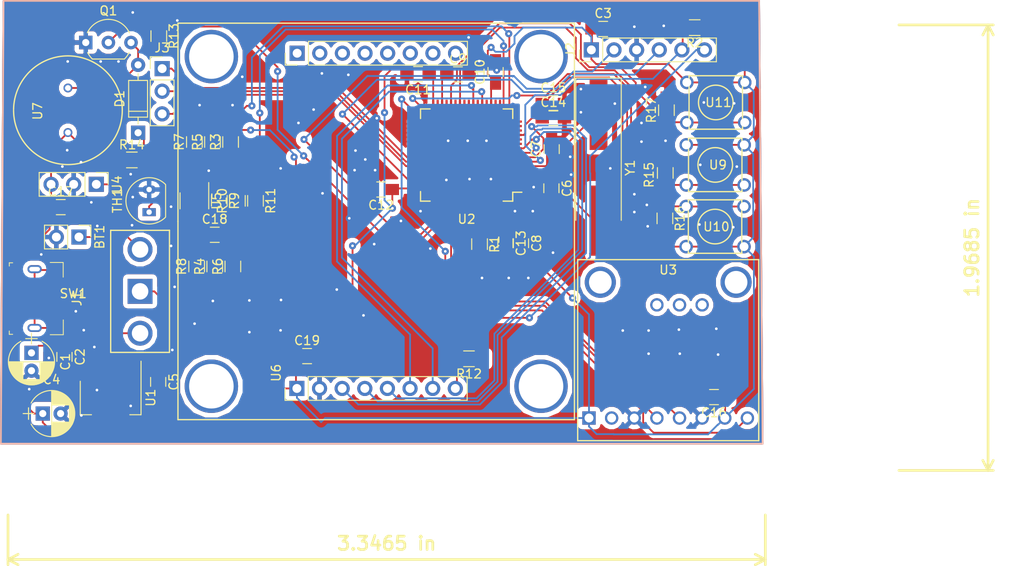
<source format=kicad_pcb>
(kicad_pcb (version 20171130) (host pcbnew 5.0.2-bee76a0~70~ubuntu16.04.1)
  (layers (0 F.Cu signal) (31 B.Cu signal) (34 B.Paste user hide) (35 F.Paste user hide) (36 B.SilkS user) (37 F.SilkS user) (38 B.Mask user hide) (39 F.Mask user hide) (44 Edge.Cuts user))
  (net 0 "")
  (net 1 /Data+)
  (net 2 "Net-(J1-Pad4)")
  (net 3 GND)
  (net 4 /Data-)
  (net 5 +5V)
  (net 6 /SWO)
  (net 7 /NRST)
  (net 8 /SWDIO)
  (net 9 /SWCLK)
  (net 10 +3V3)
  (net 11 /USART1_CK)
  (net 12 /USART1_TX)
  (net 13 /USART1_RX)
  (net 14 +BATT)
  (net 15 +VIN)
  (net 16 "Net-(R7-Pad2)")
  (net 17 "Net-(U3-Pad2)")
  (net 18 /I2C1_SCL)
  (net 19 /I2C1_SDA)
  (net 20 /CS_INT)
  (net 21 /PULSESIG)
  (net 22 "/Temp Sensor/INAMPFB")
  (net 23 "/Temp Sensor/WBRIDGE-")
  (net 24 "Net-(U5-Pad5)")
  (net 25 "Net-(U5-Pad4)")
  (net 26 "/Temp Sensor/WBRIDGE+")
  (net 27 /TEMPOUT)
  (net 28 /Display/LED)
  (net 29 /SPI1_SCK)
  (net 30 /SPI1_MOSI)
  (net 31 /LCD_DC)
  (net 32 /LCD_RST)
  (net 33 /LCD_SCE)
  (net 34 "Net-(D1-Pad2)")
  (net 35 /TIM_START)
  (net 36 /TIM_INC)
  (net 37 /TIM_RES)
  (net 38 /XTAL+)
  (net 39 /XTAL-)
  (net 40 "Net-(C9-Pad1)")
  (net 41 "Net-(R1-Pad1)")
  (net 42 "Net-(R10-Pad2)")
  (net 43 /TIM3_CH1)
  (net 44 "Net-(Q1-Pad2)")
  (net 45 /PIEZOPWM)
  (net 46 "Net-(D1-Pad1)")
  (net 47 "Net-(U2-Pad62)")
  (net 48 "Net-(U2-Pad61)")
  (net 49 "Net-(U2-Pad56)")
  (net 50 "Net-(U2-Pad54)")
  (net 51 "Net-(U2-Pad53)")
  (net 52 "Net-(U2-Pad52)")
  (net 53 "Net-(U2-Pad51)")
  (net 54 "Net-(U2-Pad45)")
  (net 55 "Net-(U2-Pad44)")
  (net 56 "Net-(U2-Pad40)")
  (net 57 "Net-(U2-Pad39)")
  (net 58 "Net-(U2-Pad38)")
  (net 59 "Net-(U2-Pad37)")
  (net 60 "Net-(U2-Pad36)")
  (net 61 "Net-(U2-Pad35)")
  (net 62 "Net-(U2-Pad34)")
  (net 63 "Net-(U2-Pad33)")
  (net 64 "Net-(U2-Pad29)")
  (net 65 "Net-(U2-Pad25)")
  (net 66 "Net-(U2-Pad24)")
  (net 67 "Net-(U2-Pad20)")
  (net 68 "Net-(U2-Pad17)")
  (net 69 "Net-(U2-Pad16)")
  (net 70 "Net-(U2-Pad11)")
  (net 71 "Net-(U2-Pad4)")
  (net 72 "Net-(U2-Pad3)")
  (net 73 "Net-(U2-Pad2)")
  (net 74 "Net-(J1-Pad6)")
  (module PASC:Nokia5110 (layer F.Cu) (at 126.325 97.05)
    (fp_text reference U6 (at -11.23 17 90) (layer F.SilkS))
    (fp_text value Nokia5110)
    (pad 8 thru_hole oval (at 8.88 18.75 90) (size 1.7 1.7) (drill 1) (layers *.Cu *.Mask) (net 28 /Display/LED))
    (pad 7 thru_hole oval (at 6.34 18.75 90) (size 1.7 1.7) (drill 1) (layers *.Cu *.Mask) (net 29 /SPI1_SCK))
    (pad 6 thru_hole oval (at 3.8 18.75 90) (size 1.7 1.7) (drill 1) (layers *.Cu *.Mask) (net 30 /SPI1_MOSI))
    (pad 5 thru_hole oval (at 1.26 18.75 90) (size 1.7 1.7) (drill 1) (layers *.Cu *.Mask) (net 31 /LCD_DC))
    (pad 4 thru_hole oval (at -1.28 18.75 90) (size 1.7 1.7) (drill 1) (layers *.Cu *.Mask) (net 32 /LCD_RST))
    (pad 3 thru_hole oval (at -3.82 18.75 90) (size 1.7 1.7) (drill 1) (layers *.Cu *.Mask) (net 33 /LCD_SCE))
    (pad 2 thru_hole oval (at -6.36 18.75 90) (size 1.7 1.7) (drill 1) (layers *.Cu *.Mask) (net 3 GND))
    (pad 1 thru_hole rect (at -8.9 18.75 90) (size 1.7 1.7) (drill 1) (layers *.Cu *.Mask) (net 10 +3V3))
    (pad "" thru_hole oval (at -3.79319 -18.875125 90) (size 1.7 1.7) (drill 1) (layers *.Cu *.Mask))
    (pad "" thru_hole oval (at 1.28681 -18.875125 90) (size 1.7 1.7) (drill 1) (layers *.Cu *.Mask))
    (pad "" thru_hole oval (at -1.25319 -18.875125 90) (size 1.7 1.7) (drill 1) (layers *.Cu *.Mask))
    (pad "" thru_hole oval (at 6.36681 -18.875125 90) (size 1.7 1.7) (drill 1) (layers *.Cu *.Mask))
    (pad "" thru_hole oval (at 3.82681 -18.875125 90) (size 1.7 1.7) (drill 1) (layers *.Cu *.Mask))
    (pad "" thru_hole oval (at 8.90681 -18.875125 90) (size 1.7 1.7) (drill 1) (layers *.Cu *.Mask))
    (pad "" thru_hole oval (at -6.33319 -18.875125 90) (size 1.7 1.7) (drill 1) (layers *.Cu *.Mask))
    (pad "" thru_hole rect (at -8.87319 -18.875125 90) (size 1.7 1.7) (drill 1) (layers *.Cu *.Mask))
    (pad "" thru_hole circle (at -18.5 18.5) (size 6 6) (drill 5) (layers *.Cu *.Mask))
    (pad "" thru_hole circle (at 18.5 18.5) (size 6 6) (drill 5) (layers *.Cu *.Mask))
    (pad "" thru_hole circle (at 18.5 -18.5) (size 6 6) (drill 5) (layers *.Cu *.Mask))
    (pad "" thru_hole circle (at -18.5 -18.5) (size 6 6) (drill 5) (layers *.Cu *.Mask))
  )
  (module Capacitors_SMD:C_0805_HandSoldering (layer F.Cu) (at 146.02 88.94 90)
    (fp_text reference C7 (at 0 -1.75 90) (layer F.SilkS))
    (fp_text value 18p)
    (pad 2 smd rect (at 1.25 0 90) (size 1.5 1.25) (layers F.Cu F.Paste F.Mask) (net 3 GND))
    (pad 1 smd rect (at -1.25 0 90) (size 1.5 1.25) (layers F.Cu F.Paste F.Mask) (net 39 /XTAL-))
  )
  (module Capacitors_SMD:C_0805_HandSoldering (layer F.Cu) (at 118.57 112.17)
    (fp_text reference C19 (at 0 -1.75) (layer F.SilkS))
    (fp_text value 1u)
    (pad 2 smd rect (at 1.25 0) (size 1.5 1.25) (layers F.Cu F.Paste F.Mask) (net 3 GND))
    (pad 1 smd rect (at -1.25 0) (size 1.5 1.25) (layers F.Cu F.Paste F.Mask) (net 10 +3V3))
  )
  (module Capacitors_SMD:C_0805_HandSoldering (layer F.Cu) (at 145.99 93.33 270)
    (fp_text reference C6 (at 0 -1.75 270) (layer F.SilkS))
    (fp_text value 18p)
    (pad 1 smd rect (at -1.25 0 270) (size 1.5 1.25) (layers F.Cu F.Paste F.Mask) (net 38 /XTAL+))
    (pad 2 smd rect (at 1.25 0 270) (size 1.5 1.25) (layers F.Cu F.Paste F.Mask) (net 3 GND))
  )
  (module Crystals:Crystal_SMD_HC49-SD_HandSoldering (layer F.Cu) (at 151.28 91.03 270)
    (fp_text reference Y1 (at 0 -3.55 270) (layer F.SilkS))
    (fp_text value 8MHz)
    (pad 2 smd rect (at 5.9375 0 270) (size 7.875 2) (layers F.Cu F.Paste F.Mask) (net 38 /XTAL+))
    (pad 1 smd rect (at -5.9375 0 270) (size 7.875 2) (layers F.Cu F.Paste F.Mask) (net 39 /XTAL-))
  )
  (module Resistors_SMD:R_0805_HandSoldering (layer F.Cu) (at 162.075 75.3 180)
    (fp_text reference R2 (at 0 -1.7 180) (layer F.SilkS))
    (fp_text value 10k)
    (pad 2 smd rect (at 1.35 0 180) (size 1.5 1.3) (layers F.Cu F.Paste F.Mask) (net 7 /NRST))
    (pad 1 smd rect (at -1.35 0 180) (size 1.5 1.3) (layers F.Cu F.Paste F.Mask) (net 10 +3V3))
  )
  (module PASC:LIS3DH (layer F.Cu) (at 159.1 111.5)
    (fp_text reference U3 (at 0 -9) (layer F.SilkS))
    (fp_text value lis3dh_board)
    (pad 11 thru_hole circle (at 3.81 -5.08) (size 1.5 1.5) (drill 1) (layers *.Cu *.Mask))
    (pad 10 thru_hole circle (at 1.27 -5.08) (size 1.5 1.5) (drill 1) (layers *.Cu *.Mask))
    (pad 9 thru_hole circle (at -1.27 -5.08) (size 1.5 1.5) (drill 1) (layers *.Cu *.Mask))
    (pad 8 thru_hole circle (at 8.89 7.62) (size 1.5 1.5) (drill 1) (layers *.Cu *.Mask) (net 20 /CS_INT))
    (pad 7 thru_hole circle (at 6.35 7.62) (size 1.5 1.5) (drill 1) (layers *.Cu *.Mask) (net 10 +3V3))
    (pad 6 thru_hole circle (at 3.81 7.62) (size 1.5 1.5) (drill 1) (layers *.Cu *.Mask) (net 3 GND))
    (pad 5 thru_hole circle (at 1.27 7.62) (size 1.5 1.5) (drill 1) (layers *.Cu *.Mask) (net 19 /I2C1_SDA))
    (pad 4 thru_hole circle (at -1.27 7.62) (size 1.5 1.5) (drill 1) (layers *.Cu *.Mask) (net 18 /I2C1_SCL))
    (pad 3 thru_hole circle (at -3.81 7.62) (size 1.5 1.5) (drill 1) (layers *.Cu *.Mask) (net 3 GND))
    (pad 2 thru_hole circle (at -6.35 7.62) (size 1.5 1.5) (drill 1) (layers *.Cu *.Mask) (net 17 "Net-(U3-Pad2)"))
    (pad 1 thru_hole rect (at -8.89 7.62) (size 1.5 1.5) (drill 1) (layers *.Cu *.Mask) (net 10 +3V3))
    (pad "" thru_hole circle (at 7.62 -7.62) (size 3.5 3.5) (drill 2.54) (layers *.Cu *.Mask))
    (pad "" thru_hole circle (at -7.62 -7.62) (size 3.5 3.5) (drill 2.54) (layers *.Cu *.Mask))
  )
  (module Housings_QFP:LQFP-64_10x10mm_Pitch0.5mm (layer F.Cu) (at 136.475 89.6 180)
    (fp_text reference U2 (at 0 -7.2 180) (layer F.SilkS))
    (fp_text value STM32F411RETx)
    (pad 64 smd rect (at -3.75 -5.7 270) (size 1 0.25) (layers F.Cu F.Paste F.Mask) (net 10 +3V3))
    (pad 63 smd rect (at -3.25 -5.7 270) (size 1 0.25) (layers F.Cu F.Paste F.Mask) (net 3 GND))
    (pad 62 smd rect (at -2.75 -5.7 270) (size 1 0.25) (layers F.Cu F.Paste F.Mask) (net 47 "Net-(U2-Pad62)"))
    (pad 61 smd rect (at -2.25 -5.7 270) (size 1 0.25) (layers F.Cu F.Paste F.Mask) (net 48 "Net-(U2-Pad61)"))
    (pad 60 smd rect (at -1.75 -5.7 270) (size 1 0.25) (layers F.Cu F.Paste F.Mask) (net 41 "Net-(R1-Pad1)"))
    (pad 59 smd rect (at -1.25 -5.7 270) (size 1 0.25) (layers F.Cu F.Paste F.Mask) (net 19 /I2C1_SDA))
    (pad 58 smd rect (at -0.75 -5.7 270) (size 1 0.25) (layers F.Cu F.Paste F.Mask) (net 18 /I2C1_SCL))
    (pad 57 smd rect (at -0.25 -5.7 270) (size 1 0.25) (layers F.Cu F.Paste F.Mask) (net 20 /CS_INT))
    (pad 56 smd rect (at 0.25 -5.7 270) (size 1 0.25) (layers F.Cu F.Paste F.Mask) (net 49 "Net-(U2-Pad56)"))
    (pad 55 smd rect (at 0.75 -5.7 270) (size 1 0.25) (layers F.Cu F.Paste F.Mask) (net 6 /SWO))
    (pad 54 smd rect (at 1.25 -5.7 270) (size 1 0.25) (layers F.Cu F.Paste F.Mask) (net 50 "Net-(U2-Pad54)"))
    (pad 53 smd rect (at 1.75 -5.7 270) (size 1 0.25) (layers F.Cu F.Paste F.Mask) (net 51 "Net-(U2-Pad53)"))
    (pad 52 smd rect (at 2.25 -5.7 270) (size 1 0.25) (layers F.Cu F.Paste F.Mask) (net 52 "Net-(U2-Pad52)"))
    (pad 51 smd rect (at 2.75 -5.7 270) (size 1 0.25) (layers F.Cu F.Paste F.Mask) (net 53 "Net-(U2-Pad51)"))
    (pad 50 smd rect (at 3.25 -5.7 270) (size 1 0.25) (layers F.Cu F.Paste F.Mask) (net 45 /PIEZOPWM))
    (pad 49 smd rect (at 3.75 -5.7 270) (size 1 0.25) (layers F.Cu F.Paste F.Mask) (net 9 /SWCLK))
    (pad 48 smd rect (at 5.7 -3.75 180) (size 1 0.25) (layers F.Cu F.Paste F.Mask) (net 10 +3V3))
    (pad 47 smd rect (at 5.7 -3.25 180) (size 1 0.25) (layers F.Cu F.Paste F.Mask) (net 3 GND))
    (pad 46 smd rect (at 5.7 -2.75 180) (size 1 0.25) (layers F.Cu F.Paste F.Mask) (net 8 /SWDIO))
    (pad 45 smd rect (at 5.7 -2.25 180) (size 1 0.25) (layers F.Cu F.Paste F.Mask) (net 54 "Net-(U2-Pad45)"))
    (pad 44 smd rect (at 5.7 -1.75 180) (size 1 0.25) (layers F.Cu F.Paste F.Mask) (net 55 "Net-(U2-Pad44)"))
    (pad 43 smd rect (at 5.7 -1.25 180) (size 1 0.25) (layers F.Cu F.Paste F.Mask) (net 13 /USART1_RX))
    (pad 42 smd rect (at 5.7 -0.75 180) (size 1 0.25) (layers F.Cu F.Paste F.Mask) (net 12 /USART1_TX))
    (pad 41 smd rect (at 5.7 -0.25 180) (size 1 0.25) (layers F.Cu F.Paste F.Mask) (net 11 /USART1_CK))
    (pad 40 smd rect (at 5.7 0.25 180) (size 1 0.25) (layers F.Cu F.Paste F.Mask) (net 56 "Net-(U2-Pad40)"))
    (pad 39 smd rect (at 5.7 0.75 180) (size 1 0.25) (layers F.Cu F.Paste F.Mask) (net 57 "Net-(U2-Pad39)"))
    (pad 38 smd rect (at 5.7 1.25 180) (size 1 0.25) (layers F.Cu F.Paste F.Mask) (net 58 "Net-(U2-Pad38)"))
    (pad 37 smd rect (at 5.7 1.75 180) (size 1 0.25) (layers F.Cu F.Paste F.Mask) (net 59 "Net-(U2-Pad37)"))
    (pad 36 smd rect (at 5.7 2.25 180) (size 1 0.25) (layers F.Cu F.Paste F.Mask) (net 60 "Net-(U2-Pad36)"))
    (pad 35 smd rect (at 5.7 2.75 180) (size 1 0.25) (layers F.Cu F.Paste F.Mask) (net 61 "Net-(U2-Pad35)"))
    (pad 34 smd rect (at 5.7 3.25 180) (size 1 0.25) (layers F.Cu F.Paste F.Mask) (net 62 "Net-(U2-Pad34)"))
    (pad 33 smd rect (at 5.7 3.75 180) (size 1 0.25) (layers F.Cu F.Paste F.Mask) (net 63 "Net-(U2-Pad33)"))
    (pad 32 smd rect (at 3.75 5.7 270) (size 1 0.25) (layers F.Cu F.Paste F.Mask) (net 10 +3V3))
    (pad 31 smd rect (at 3.25 5.7 270) (size 1 0.25) (layers F.Cu F.Paste F.Mask) (net 3 GND))
    (pad 30 smd rect (at 2.75 5.7 270) (size 1 0.25) (layers F.Cu F.Paste F.Mask) (net 40 "Net-(C9-Pad1)"))
    (pad 29 smd rect (at 2.25 5.7 270) (size 1 0.25) (layers F.Cu F.Paste F.Mask) (net 64 "Net-(U2-Pad29)"))
    (pad 28 smd rect (at 1.75 5.7 270) (size 1 0.25) (layers F.Cu F.Paste F.Mask) (net 37 /TIM_RES))
    (pad 27 smd rect (at 1.25 5.7 270) (size 1 0.25) (layers F.Cu F.Paste F.Mask) (net 36 /TIM_INC))
    (pad 26 smd rect (at 0.75 5.7 270) (size 1 0.25) (layers F.Cu F.Paste F.Mask) (net 35 /TIM_START))
    (pad 25 smd rect (at 0.25 5.7 270) (size 1 0.25) (layers F.Cu F.Paste F.Mask) (net 65 "Net-(U2-Pad25)"))
    (pad 24 smd rect (at -0.25 5.7 270) (size 1 0.25) (layers F.Cu F.Paste F.Mask) (net 66 "Net-(U2-Pad24)"))
    (pad 23 smd rect (at -0.75 5.7 270) (size 1 0.25) (layers F.Cu F.Paste F.Mask) (net 30 /SPI1_MOSI))
    (pad 22 smd rect (at -1.25 5.7 270) (size 1 0.25) (layers F.Cu F.Paste F.Mask) (net 43 /TIM3_CH1))
    (pad 21 smd rect (at -1.75 5.7 270) (size 1 0.25) (layers F.Cu F.Paste F.Mask) (net 29 /SPI1_SCK))
    (pad 20 smd rect (at -2.25 5.7 270) (size 1 0.25) (layers F.Cu F.Paste F.Mask) (net 67 "Net-(U2-Pad20)"))
    (pad 19 smd rect (at -2.75 5.7 270) (size 1 0.25) (layers F.Cu F.Paste F.Mask) (net 10 +3V3))
    (pad 18 smd rect (at -3.25 5.7 270) (size 1 0.25) (layers F.Cu F.Paste F.Mask) (net 3 GND))
    (pad 17 smd rect (at -3.75 5.7 270) (size 1 0.25) (layers F.Cu F.Paste F.Mask) (net 68 "Net-(U2-Pad17)"))
    (pad 16 smd rect (at -5.7 3.75 180) (size 1 0.25) (layers F.Cu F.Paste F.Mask) (net 69 "Net-(U2-Pad16)"))
    (pad 15 smd rect (at -5.7 3.25 180) (size 1 0.25) (layers F.Cu F.Paste F.Mask) (net 21 /PULSESIG))
    (pad 14 smd rect (at -5.7 2.75 180) (size 1 0.25) (layers F.Cu F.Paste F.Mask) (net 27 /TEMPOUT))
    (pad 13 smd rect (at -5.7 2.25 180) (size 1 0.25) (layers F.Cu F.Paste F.Mask) (net 10 +3V3))
    (pad 12 smd rect (at -5.7 1.75 180) (size 1 0.25) (layers F.Cu F.Paste F.Mask) (net 3 GND))
    (pad 11 smd rect (at -5.7 1.25 180) (size 1 0.25) (layers F.Cu F.Paste F.Mask) (net 70 "Net-(U2-Pad11)"))
    (pad 10 smd rect (at -5.7 0.75 180) (size 1 0.25) (layers F.Cu F.Paste F.Mask) (net 31 /LCD_DC))
    (pad 9 smd rect (at -5.7 0.25 180) (size 1 0.25) (layers F.Cu F.Paste F.Mask) (net 32 /LCD_RST))
    (pad 8 smd rect (at -5.7 -0.25 180) (size 1 0.25) (layers F.Cu F.Paste F.Mask) (net 33 /LCD_SCE))
    (pad 7 smd rect (at -5.7 -0.75 180) (size 1 0.25) (layers F.Cu F.Paste F.Mask) (net 7 /NRST))
    (pad 6 smd rect (at -5.7 -1.25 180) (size 1 0.25) (layers F.Cu F.Paste F.Mask) (net 39 /XTAL-))
    (pad 5 smd rect (at -5.7 -1.75 180) (size 1 0.25) (layers F.Cu F.Paste F.Mask) (net 38 /XTAL+))
    (pad 4 smd rect (at -5.7 -2.25 180) (size 1 0.25) (layers F.Cu F.Paste F.Mask) (net 71 "Net-(U2-Pad4)"))
    (pad 3 smd rect (at -5.7 -2.75 180) (size 1 0.25) (layers F.Cu F.Paste F.Mask) (net 72 "Net-(U2-Pad3)"))
    (pad 2 smd rect (at -5.7 -3.25 180) (size 1 0.25) (layers F.Cu F.Paste F.Mask) (net 73 "Net-(U2-Pad2)"))
    (pad 1 smd rect (at -5.7 -3.75 180) (size 1 0.25) (layers F.Cu F.Paste F.Mask) (net 10 +3V3))
  )
  (module Pin_Headers:Pin_Header_Straight_1x03_Pitch2.54mm (layer F.Cu) (at 102.3 79.9)
    (fp_text reference J3 (at 0 -2.33) (layer F.SilkS))
    (fp_text value Conn_01x03_Male)
    (pad 3 thru_hole oval (at 0 5.08) (size 1.7 1.7) (drill 1) (layers *.Cu *.Mask) (net 13 /USART1_RX))
    (pad 2 thru_hole oval (at 0 2.54) (size 1.7 1.7) (drill 1) (layers *.Cu *.Mask) (net 12 /USART1_TX))
    (pad 1 thru_hole rect (at 0 0) (size 1.7 1.7) (drill 1) (layers *.Cu *.Mask) (net 11 /USART1_CK))
  )
  (module Pin_Headers:Pin_Header_Straight_1x02_Pitch2.54mm (layer F.Cu) (at 92.964 98.806 270)
    (fp_text reference BT1 (at 0 -2.33 270) (layer F.SilkS))
    (fp_text value Battery)
    (pad 2 thru_hole oval (at 0 2.54 270) (size 1.7 1.7) (drill 1) (layers *.Cu *.Mask) (net 3 GND))
    (pad 1 thru_hole rect (at 0 0 270) (size 1.7 1.7) (drill 1) (layers *.Cu *.Mask) (net 14 +BATT))
  )
  (module Capacitors_THT:CP_Radial_D5.0mm_P2.00mm (layer F.Cu) (at 87.634 111.808 270)
    (fp_text reference C1 (at 1 -3.81 270) (layer F.SilkS))
    (fp_text value 10u)
    (pad 2 thru_hole circle (at 2 0 270) (size 1.6 1.6) (drill 0.8) (layers *.Cu *.Mask) (net 3 GND))
    (pad 1 thru_hole rect (at 0 0 270) (size 1.6 1.6) (drill 0.8) (layers *.Cu *.Mask) (net 15 +VIN))
  )
  (module Capacitors_SMD:C_0805_HandSoldering (layer F.Cu) (at 91.334 112.258 270)
    (fp_text reference C2 (at 0 -1.75 270) (layer F.SilkS))
    (fp_text value 100n)
    (pad 2 smd rect (at 1.25 0 270) (size 1.5 1.25) (layers F.Cu F.Paste F.Mask) (net 3 GND))
    (pad 1 smd rect (at -1.25 0 270) (size 1.5 1.25) (layers F.Cu F.Paste F.Mask) (net 15 +VIN))
  )
  (module Capacitors_SMD:C_0805_HandSoldering (layer F.Cu) (at 151.8 75.45)
    (fp_text reference C3 (at 0 -1.75) (layer F.SilkS))
    (fp_text value 100n)
    (pad 1 smd rect (at -1.25 0) (size 1.5 1.25) (layers F.Cu F.Paste F.Mask) (net 10 +3V3))
    (pad 2 smd rect (at 1.25 0) (size 1.5 1.25) (layers F.Cu F.Paste F.Mask) (net 3 GND))
  )
  (module Capacitors_THT:CP_Radial_D5.0mm_P2.00mm (layer F.Cu) (at 88.9 118.618)
    (fp_text reference C4 (at 1 -3.81) (layer F.SilkS))
    (fp_text value 10u)
    (pad 1 thru_hole rect (at 0 0) (size 1.6 1.6) (drill 0.8) (layers *.Cu *.Mask) (net 10 +3V3))
    (pad 2 thru_hole circle (at 2 0) (size 1.6 1.6) (drill 0.8) (layers *.Cu *.Mask) (net 3 GND))
  )
  (module Capacitors_SMD:C_0805_HandSoldering (layer F.Cu) (at 101.854 115.062 270)
    (fp_text reference C5 (at 0 -1.75 270) (layer F.SilkS))
    (fp_text value 100n)
    (pad 1 smd rect (at -1.25 0 270) (size 1.5 1.25) (layers F.Cu F.Paste F.Mask) (net 10 +3V3))
    (pad 2 smd rect (at 1.25 0 270) (size 1.5 1.25) (layers F.Cu F.Paste F.Mask) (net 3 GND))
  )
  (module Capacitors_SMD:C_0805_HandSoldering (layer F.Cu) (at 142.575 99.5 270)
    (fp_text reference C8 (at 0 -1.75 270) (layer F.SilkS))
    (fp_text value 4.7u)
    (pad 1 smd rect (at -1.25 0 270) (size 1.5 1.25) (layers F.Cu F.Paste F.Mask) (net 10 +3V3))
    (pad 2 smd rect (at 1.25 0 270) (size 1.5 1.25) (layers F.Cu F.Paste F.Mask) (net 3 GND))
  )
  (module Capacitors_SMD:C_0805_HandSoldering (layer F.Cu) (at 135.5 80.55)
    (fp_text reference C9 (at 0 -1.75) (layer F.SilkS))
    (fp_text value 4.7u)
    (pad 2 smd rect (at 1.25 0) (size 1.5 1.25) (layers F.Cu F.Paste F.Mask) (net 3 GND))
    (pad 1 smd rect (at -1.25 0) (size 1.5 1.25) (layers F.Cu F.Paste F.Mask) (net 40 "Net-(C9-Pad1)"))
  )
  (module Capacitors_SMD:C_0805_HandSoldering (layer F.Cu) (at 139.725 80.275 90)
    (fp_text reference C10 (at 0 -1.75 90) (layer F.SilkS))
    (fp_text value 100n)
    (pad 2 smd rect (at 1.25 0 90) (size 1.5 1.25) (layers F.Cu F.Paste F.Mask) (net 3 GND))
    (pad 1 smd rect (at -1.25 0 90) (size 1.5 1.25) (layers F.Cu F.Paste F.Mask) (net 10 +3V3))
  )
  (module Capacitors_SMD:C_0805_HandSoldering (layer F.Cu) (at 131.025 80.525 180)
    (fp_text reference C11 (at 0 -1.75 180) (layer F.SilkS))
    (fp_text value 100n)
    (pad 2 smd rect (at 1.25 0 180) (size 1.5 1.25) (layers F.Cu F.Paste F.Mask) (net 3 GND))
    (pad 1 smd rect (at -1.25 0 180) (size 1.5 1.25) (layers F.Cu F.Paste F.Mask) (net 10 +3V3))
  )
  (module Capacitors_SMD:C_0805_HandSoldering (layer F.Cu) (at 126.885 93.47 180)
    (fp_text reference C12 (at 0 -1.75 180) (layer F.SilkS))
    (fp_text value 100n)
    (pad 1 smd rect (at -1.25 0 180) (size 1.5 1.25) (layers F.Cu F.Paste F.Mask) (net 10 +3V3))
    (pad 2 smd rect (at 1.25 0 180) (size 1.5 1.25) (layers F.Cu F.Paste F.Mask) (net 3 GND))
  )
  (module Capacitors_SMD:C_0805_HandSoldering (layer F.Cu) (at 140.825 99.5 270)
    (fp_text reference C13 (at 0 -1.75 270) (layer F.SilkS))
    (fp_text value 100n)
    (pad 2 smd rect (at 1.25 0 270) (size 1.5 1.25) (layers F.Cu F.Paste F.Mask) (net 3 GND))
    (pad 1 smd rect (at -1.25 0 270) (size 1.5 1.25) (layers F.Cu F.Paste F.Mask) (net 10 +3V3))
  )
  (module Capacitors_SMD:C_0805_HandSoldering (layer F.Cu) (at 146.21 85.44)
    (fp_text reference C14 (at 0 -1.75) (layer F.SilkS))
    (fp_text value 100n)
    (pad 1 smd rect (at -1.25 0) (size 1.5 1.25) (layers F.Cu F.Paste F.Mask) (net 10 +3V3))
    (pad 2 smd rect (at 1.25 0) (size 1.5 1.25) (layers F.Cu F.Paste F.Mask) (net 3 GND))
  )
  (module Capacitors_SMD:C_0805_HandSoldering (layer F.Cu) (at 146.21 83.8)
    (fp_text reference C15 (at 0 -1.75) (layer F.SilkS))
    (fp_text value 1u)
    (pad 2 smd rect (at 1.25 0) (size 1.5 1.25) (layers F.Cu F.Paste F.Mask) (net 3 GND))
    (pad 1 smd rect (at -1.25 0) (size 1.5 1.25) (layers F.Cu F.Paste F.Mask) (net 10 +3V3))
  )
  (module Capacitors_SMD:C_0805_HandSoldering (layer F.Cu) (at 164.24 116.77 180)
    (fp_text reference C16 (at 0 -1.75 180) (layer F.SilkS))
    (fp_text value 100n)
    (pad 1 smd rect (at -1.25 0 180) (size 1.5 1.25) (layers F.Cu F.Paste F.Mask) (net 10 +3V3))
    (pad 2 smd rect (at 1.25 0 180) (size 1.5 1.25) (layers F.Cu F.Paste F.Mask) (net 3 GND))
  )
  (module Capacitors_SMD:C_0805_HandSoldering (layer F.Cu) (at 90.92 95.45)
    (fp_text reference C17 (at 0 -1.75) (layer F.SilkS))
    (fp_text value 100n)
    (pad 1 smd rect (at -1.25 0) (size 1.5 1.25) (layers F.Cu F.Paste F.Mask) (net 10 +3V3))
    (pad 2 smd rect (at 1.25 0) (size 1.5 1.25) (layers F.Cu F.Paste F.Mask) (net 3 GND))
  )
  (module Capacitors_SMD:C_0805_HandSoldering (layer F.Cu) (at 108.204 98.552)
    (fp_text reference C18 (at 0 -1.75) (layer F.SilkS))
    (fp_text value 100n)
    (pad 2 smd rect (at 1.25 0) (size 1.5 1.25) (layers F.Cu F.Paste F.Mask) (net 3 GND))
    (pad 1 smd rect (at -1.25 0) (size 1.5 1.25) (layers F.Cu F.Paste F.Mask) (net 10 +3V3))
  )
  (module Diodes_THT:D_DO-35_SOD27_P7.62mm_Horizontal (layer F.Cu) (at 99.6 87.1 90)
    (fp_text reference D1 (at 3.81 -2.06 90) (layer F.SilkS))
    (fp_text value 1N4148)
    (pad 2 thru_hole oval (at 7.62 0 90) (size 1.6 1.6) (drill 0.8) (layers *.Cu *.Mask) (net 34 "Net-(D1-Pad2)"))
    (pad 1 thru_hole rect (at 0 0 90) (size 1.6 1.6) (drill 0.8) (layers *.Cu *.Mask) (net 46 "Net-(D1-Pad1)"))
  )
  (module PASC:USB_Micro_B_Female_10118193-0001LF (layer F.Cu) (at 87.984 105.708 270)
    (fp_text reference J1 (at 0 -4.75 270) (layer F.SilkS))
    (fp_text value USB_B_Micro)
    (pad 3 smd rect (at 0 -2.675 270) (size 0.4 1.35) (layers F.Cu F.Paste F.Mask) (net 1 /Data+))
    (pad 4 smd rect (at 0.65 -2.675 270) (size 0.4 1.35) (layers F.Cu F.Paste F.Mask) (net 2 "Net-(J1-Pad4)"))
    (pad 5 smd rect (at 1.3 -2.675 270) (size 0.4 1.35) (layers F.Cu F.Paste F.Mask) (net 3 GND))
    (pad 2 smd rect (at -0.65 -2.675 270) (size 0.4 1.35) (layers F.Cu F.Paste F.Mask) (net 4 /Data-))
    (pad 1 smd rect (at -1.3 -2.675 270) (size 0.4 1.35) (layers F.Cu F.Paste F.Mask) (net 5 +5V))
    (pad 6 thru_hole oval (at 3.3 0 270) (size 0.9 1.6) (drill oval 0.5 1.2) (layers *.Cu *.Mask) (net 74 "Net-(J1-Pad6)"))
    (pad 6 thru_hole oval (at -3.3 0 270) (size 0.9 1.6) (drill oval 0.5 1.2) (layers *.Cu *.Mask) (net 74 "Net-(J1-Pad6)"))
    (pad 6 smd rect (at -3.2 -2.45 270) (size 1.6 1.4) (layers F.Cu F.Paste F.Mask) (net 74 "Net-(J1-Pad6)"))
    (pad 6 smd rect (at 3.2 -2.45 270) (size 1.6 1.4) (layers F.Cu F.Paste F.Mask) (net 74 "Net-(J1-Pad6)"))
    (pad 6 smd rect (at -1.2 0 270) (size 1.9 1.9) (layers F.Cu F.Paste F.Mask) (net 74 "Net-(J1-Pad6)"))
    (pad 6 smd rect (at 1.2 0 270) (size 1.9 1.9) (layers F.Cu F.Paste F.Mask) (net 74 "Net-(J1-Pad6)"))
  )
  (module Pin_Headers:Pin_Header_Straight_1x06_Pitch2.54mm (layer F.Cu) (at 150.475 77.8 90)
    (fp_text reference J2 (at 0 -2.33 90) (layer F.SilkS))
    (fp_text value "6P Male")
    (pad 6 thru_hole oval (at 0 12.7 90) (size 1.7 1.7) (drill 1) (layers *.Cu *.Mask) (net 6 /SWO))
    (pad 5 thru_hole oval (at 0 10.16 90) (size 1.7 1.7) (drill 1) (layers *.Cu *.Mask) (net 7 /NRST))
    (pad 4 thru_hole oval (at 0 7.62 90) (size 1.7 1.7) (drill 1) (layers *.Cu *.Mask) (net 8 /SWDIO))
    (pad 3 thru_hole oval (at 0 5.08 90) (size 1.7 1.7) (drill 1) (layers *.Cu *.Mask) (net 3 GND))
    (pad 2 thru_hole oval (at 0 2.54 90) (size 1.7 1.7) (drill 1) (layers *.Cu *.Mask) (net 9 /SWCLK))
    (pad 1 thru_hole rect (at 0 0 90) (size 1.7 1.7) (drill 1) (layers *.Cu *.Mask) (net 10 +3V3))
  )
  (module TO_SOT_Packages_THT:TO-92_Inline_Wide (layer F.Cu) (at 93.725 76.975)
    (fp_text reference Q1 (at 2.54 -3.56 180) (layer F.SilkS))
    (fp_text value 2N3904)
    (pad 1 thru_hole rect (at 0 0 90) (size 1.52 1.52) (drill 0.8) (layers *.Cu *.Mask) (net 3 GND))
    (pad 3 thru_hole circle (at 5.08 0 90) (size 1.52 1.52) (drill 0.8) (layers *.Cu *.Mask) (net 34 "Net-(D1-Pad2)"))
    (pad 2 thru_hole circle (at 2.54 0 90) (size 1.52 1.52) (drill 0.8) (layers *.Cu *.Mask) (net 44 "Net-(Q1-Pad2)"))
  )
  (module Resistors_SMD:R_0805_HandSoldering (layer F.Cu) (at 137.925 99.6 270)
    (fp_text reference R1 (at 0 -1.7 270) (layer F.SilkS))
    (fp_text value 10k)
    (pad 2 smd rect (at 1.35 0 270) (size 1.5 1.3) (layers F.Cu F.Paste F.Mask) (net 3 GND))
    (pad 1 smd rect (at -1.35 0 270) (size 1.5 1.3) (layers F.Cu F.Paste F.Mask) (net 41 "Net-(R1-Pad1)"))
  )
  (module Resistors_SMD:R_0805_HandSoldering (layer F.Cu) (at 109.982 88.138 90)
    (fp_text reference R3 (at 0 -1.7 90) (layer F.SilkS))
    (fp_text value 8.2k)
    (pad 1 smd rect (at -1.35 0 90) (size 1.5 1.3) (layers F.Cu F.Paste F.Mask) (net 26 "/Temp Sensor/WBRIDGE+"))
    (pad 2 smd rect (at 1.35 0 90) (size 1.5 1.3) (layers F.Cu F.Paste F.Mask) (net 10 +3V3))
  )
  (module Resistors_SMD:R_0805_HandSoldering (layer F.Cu) (at 108.204 102.108 90)
    (fp_text reference R4 (at 0 -1.7 90) (layer F.SilkS))
    (fp_text value 8.2k)
    (pad 1 smd rect (at -1.35 0 90) (size 1.5 1.3) (layers F.Cu F.Paste F.Mask) (net 10 +3V3))
    (pad 2 smd rect (at 1.35 0 90) (size 1.5 1.3) (layers F.Cu F.Paste F.Mask) (net 23 "/Temp Sensor/WBRIDGE-"))
  )
  (module Resistors_SMD:R_0805_HandSoldering (layer F.Cu) (at 107.95 88.138 90)
    (fp_text reference R5 (at 0 -1.7 90) (layer F.SilkS))
    (fp_text value 270k)
    (pad 2 smd rect (at 1.35 0 90) (size 1.5 1.3) (layers F.Cu F.Paste F.Mask) (net 10 +3V3))
    (pad 1 smd rect (at -1.35 0 90) (size 1.5 1.3) (layers F.Cu F.Paste F.Mask) (net 26 "/Temp Sensor/WBRIDGE+"))
  )
  (module Resistors_SMD:R_0805_HandSoldering (layer F.Cu) (at 110.236 102.108 90)
    (fp_text reference R6 (at 0 -1.7 90) (layer F.SilkS))
    (fp_text value 270k)
    (pad 1 smd rect (at -1.35 0 90) (size 1.5 1.3) (layers F.Cu F.Paste F.Mask) (net 10 +3V3))
    (pad 2 smd rect (at 1.35 0 90) (size 1.5 1.3) (layers F.Cu F.Paste F.Mask) (net 23 "/Temp Sensor/WBRIDGE-"))
  )
  (module Resistors_SMD:R_0805_HandSoldering (layer F.Cu) (at 105.918 88.138 90)
    (fp_text reference R7 (at 0 -1.7 90) (layer F.SilkS))
    (fp_text value 1k)
    (pad 2 smd rect (at 1.35 0 90) (size 1.5 1.3) (layers F.Cu F.Paste F.Mask) (net 16 "Net-(R7-Pad2)"))
    (pad 1 smd rect (at -1.35 0 90) (size 1.5 1.3) (layers F.Cu F.Paste F.Mask) (net 26 "/Temp Sensor/WBRIDGE+"))
  )
  (module Resistors_SMD:R_0805_HandSoldering (layer F.Cu) (at 106.172 102.108 90)
    (fp_text reference R8 (at 0 -1.7 90) (layer F.SilkS))
    (fp_text value 1.8k)
    (pad 2 smd rect (at 1.35 0 90) (size 1.5 1.3) (layers F.Cu F.Paste F.Mask) (net 23 "/Temp Sensor/WBRIDGE-"))
    (pad 1 smd rect (at -1.35 0 90) (size 1.5 1.3) (layers F.Cu F.Paste F.Mask) (net 3 GND))
  )
  (module Resistors_SMD:R_0805_HandSoldering (layer F.Cu) (at 108.712 94.742 270)
    (fp_text reference R9 (at 0 -1.7 270) (layer F.SilkS))
    (fp_text value 100k)
    (pad 2 smd rect (at 1.35 0 270) (size 1.5 1.3) (layers F.Cu F.Paste F.Mask) (net 22 "/Temp Sensor/INAMPFB"))
    (pad 1 smd rect (at -1.35 0 270) (size 1.5 1.3) (layers F.Cu F.Paste F.Mask) (net 27 /TEMPOUT))
  )
  (module Resistors_SMD:R_0805_HandSoldering (layer F.Cu) (at 110.744 94.742 90)
    (fp_text reference R10 (at 0 -1.7 90) (layer F.SilkS))
    (fp_text value 2.7k)
    (pad 1 smd rect (at -1.35 0 90) (size 1.5 1.3) (layers F.Cu F.Paste F.Mask) (net 22 "/Temp Sensor/INAMPFB"))
    (pad 2 smd rect (at 1.35 0 90) (size 1.5 1.3) (layers F.Cu F.Paste F.Mask) (net 42 "Net-(R10-Pad2)"))
  )
  (module Resistors_SMD:R_0805_HandSoldering (layer F.Cu) (at 112.776 94.742 270)
    (fp_text reference R11 (at 0 -1.7 270) (layer F.SilkS))
    (fp_text value 820)
    (pad 2 smd rect (at 1.35 0 270) (size 1.5 1.3) (layers F.Cu F.Paste F.Mask) (net 3 GND))
    (pad 1 smd rect (at -1.35 0 270) (size 1.5 1.3) (layers F.Cu F.Paste F.Mask) (net 42 "Net-(R10-Pad2)"))
  )
  (module Resistors_SMD:R_0805_HandSoldering (layer F.Cu) (at 136.74 112.47 180)
    (fp_text reference R12 (at 0 -1.7 180) (layer F.SilkS))
    (fp_text value 330)
    (pad 1 smd rect (at -1.35 0 180) (size 1.5 1.3) (layers F.Cu F.Paste F.Mask) (net 43 /TIM3_CH1))
    (pad 2 smd rect (at 1.35 0 180) (size 1.5 1.3) (layers F.Cu F.Paste F.Mask) (net 28 /Display/LED))
  )
  (module Resistors_SMD:R_0805_HandSoldering (layer F.Cu) (at 101.925 76.25 270)
    (fp_text reference R13 (at 0 -1.7 270) (layer F.SilkS))
    (fp_text value 1k)
    (pad 2 smd rect (at 1.35 0 270) (size 1.5 1.3) (layers F.Cu F.Paste F.Mask) (net 45 /PIEZOPWM))
    (pad 1 smd rect (at -1.35 0 270) (size 1.5 1.3) (layers F.Cu F.Paste F.Mask) (net 44 "Net-(Q1-Pad2)"))
  )
  (module Resistors_SMD:R_0805_HandSoldering (layer F.Cu) (at 98.9 90.15)
    (fp_text reference R14 (at 0 -1.7) (layer F.SilkS))
    (fp_text value 1k)
    (pad 2 smd rect (at 1.35 0) (size 1.5 1.3) (layers F.Cu F.Paste F.Mask) (net 46 "Net-(D1-Pad1)"))
    (pad 1 smd rect (at -1.35 0) (size 1.5 1.3) (layers F.Cu F.Paste F.Mask) (net 10 +3V3))
  )
  (module Resistors_SMD:R_0805_HandSoldering (layer F.Cu) (at 158.77 91.61 90)
    (fp_text reference R15 (at -0.225001 -1.814001 90) (layer F.SilkS))
    (fp_text value 1k)
    (pad 1 smd rect (at -1.35 0 90) (size 1.5 1.3) (layers F.Cu F.Paste F.Mask) (net 35 /TIM_START))
    (pad 2 smd rect (at 1.35 0 90) (size 1.5 1.3) (layers F.Cu F.Paste F.Mask) (net 3 GND))
  )
  (module Resistors_SMD:R_0805_HandSoldering (layer F.Cu) (at 158.73 96.71 270)
    (fp_text reference R16 (at 0 -1.7 270) (layer F.SilkS))
    (fp_text value 1k)
    (pad 1 smd rect (at -1.35 0 270) (size 1.5 1.3) (layers F.Cu F.Paste F.Mask) (net 36 /TIM_INC))
    (pad 2 smd rect (at 1.35 0 270) (size 1.5 1.3) (layers F.Cu F.Paste F.Mask) (net 3 GND))
  )
  (module Resistors_SMD:R_0805_HandSoldering (layer F.Cu) (at 158.9 84.57 90)
    (fp_text reference R17 (at 0 -1.7 90) (layer F.SilkS))
    (fp_text value 1k)
    (pad 1 smd rect (at -1.35 0 90) (size 1.5 1.3) (layers F.Cu F.Paste F.Mask) (net 37 /TIM_RES))
    (pad 2 smd rect (at 1.35 0 90) (size 1.5 1.3) (layers F.Cu F.Paste F.Mask) (net 3 GND))
  )
  (module PASC:SPDT-100 (layer F.Cu) (at 99.822 104.902 270)
    (fp_text reference SW1 (at 0.25 7.5 180) (layer F.SilkS))
    (fp_text value SW_SPDT)
    (pad 1 thru_hole circle (at -4.7 0 270) (size 2.8 2.8) (drill 1.85) (layers *.Cu *.Mask) (net 14 +BATT))
    (pad 2 thru_hole rect (at 0 0 270) (size 2.8 2.8) (drill 1.85) (layers *.Cu *.Mask) (net 15 +VIN))
    (pad 3 thru_hole circle (at 4.7 0 270) (size 2.8 2.8) (drill 1.85) (layers *.Cu *.Mask) (net 5 +5V))
  )
  (module TO_SOT_Packages_THT:TO-92-2pin_Inline_Narrow_Oval (layer F.Cu) (at 100.838 96.012 90)
    (fp_text reference TH1 (at 1.27 -3.56 90) (layer F.SilkS))
    (fp_text value PT1000)
    (pad 1 thru_hole rect (at 0 0 270) (size 0.9 1.5) (drill 0.6) (layers *.Cu *.Mask) (net 16 "Net-(R7-Pad2)"))
    (pad 2 thru_hole oval (at 2.54 0 270) (size 0.9 1.5) (drill 0.6) (layers *.Cu *.Mask) (net 3 GND))
  )
  (module TO_SOT_Packages_SMD:SOT-223-3_TabPin2 (layer F.Cu) (at 96.52 116.84 270)
    (fp_text reference U1 (at 0 -4.5 270) (layer F.SilkS))
    (fp_text value NCP1117-3.3_SOT223)
    (pad 1 smd rect (at -3.15 -2.3 270) (size 2 1.5) (layers F.Cu F.Paste F.Mask) (net 3 GND))
    (pad 3 smd rect (at -3.15 2.3 270) (size 2 1.5) (layers F.Cu F.Paste F.Mask) (net 15 +VIN))
    (pad 2 smd rect (at -3.15 0 270) (size 2 1.5) (layers F.Cu F.Paste F.Mask) (net 10 +3V3))
    (pad 2 smd rect (at 3.15 0 270) (size 2 3.8) (layers F.Cu F.Paste F.Mask) (net 10 +3V3))
  )
  (module Pin_Headers:Pin_Header_Straight_1x03_Pitch2.54mm (layer F.Cu) (at 94.91 92.89 270)
    (fp_text reference U4 (at 0 -2.33 270) (layer F.SilkS))
    (fp_text value Pulse_sensor)
    (pad 1 thru_hole rect (at 0 0 270) (size 1.7 1.7) (drill 1) (layers *.Cu *.Mask) (net 21 /PULSESIG))
    (pad 2 thru_hole oval (at 0 2.54 270) (size 1.7 1.7) (drill 1) (layers *.Cu *.Mask) (net 3 GND))
    (pad 3 thru_hole oval (at 0 5.08 270) (size 1.7 1.7) (drill 1) (layers *.Cu *.Mask) (net 10 +3V3))
  )
  (module TO_SOT_Packages_SMD:SOT-23-8_Handsoldering (layer F.Cu) (at 105.918 94.742 270)
    (fp_text reference U5 (at 0 -2.5 270) (layer F.SilkS))
    (fp_text value MAX4460ESA+)
    (pad 8 smd rect (at 1.35 -0.98 270) (size 1.56 0.4) (layers F.Cu F.Paste F.Mask) (net 22 "/Temp Sensor/INAMPFB"))
    (pad 7 smd rect (at 1.35 -0.33 270) (size 1.56 0.4) (layers F.Cu F.Paste F.Mask) (net 10 +3V3))
    (pad 6 smd rect (at 1.35 0.33 270) (size 1.56 0.4) (layers F.Cu F.Paste F.Mask) (net 23 "/Temp Sensor/WBRIDGE-"))
    (pad 5 smd rect (at 1.35 0.98 270) (size 1.56 0.4) (layers F.Cu F.Paste F.Mask) (net 24 "Net-(U5-Pad5)"))
    (pad 4 smd rect (at -1.35 0.98 270) (size 1.56 0.4) (layers F.Cu F.Paste F.Mask) (net 25 "Net-(U5-Pad4)"))
    (pad 3 smd rect (at -1.35 0.33 270) (size 1.56 0.4) (layers F.Cu F.Paste F.Mask) (net 26 "/Temp Sensor/WBRIDGE+"))
    (pad 2 smd rect (at -1.35 -0.33 270) (size 1.56 0.4) (layers F.Cu F.Paste F.Mask) (net 3 GND))
    (pad 1 smd rect (at -1.35 -0.98 270) (size 1.56 0.4) (layers F.Cu F.Paste F.Mask) (net 27 /TEMPOUT))
  )
  (module PASC:Piezo (layer F.Cu) (at 91.725 84.575 90)
    (fp_text reference U7 (at -0.1 -3.4 90) (layer F.SilkS))
    (fp_text value piezo)
    (pad 1 thru_hole circle (at -2.5 0 90) (size 1 1) (drill 0.65) (layers *.Cu *.Mask) (net 10 +3V3))
    (pad 2 thru_hole circle (at 2.5 0 90) (size 1 1) (drill 0.65) (layers *.Cu *.Mask) (net 34 "Net-(D1-Pad2)"))
  )
  (module PASC:Momentswitch (layer F.Cu) (at 164.38 90.71)
    (fp_text reference U9 (at 0.3 0) (layer F.SilkS))
    (fp_text value MomentSwitch)
    (pad 1 thru_hole circle (at -3.25 -2.25) (size 1.524 1.524) (drill 1) (layers *.Cu *.Mask) (net 10 +3V3))
    (pad 2 thru_hole circle (at 3.25 -2.25) (size 1.524 1.524) (drill 1) (layers *.Cu *.Mask) (net 10 +3V3))
    (pad 3 thru_hole circle (at -3.25 2.25) (size 1.524 1.524) (drill 1) (layers *.Cu *.Mask) (net 35 /TIM_START))
    (pad 4 thru_hole circle (at 3.25 2.25) (size 1.524 1.524) (drill 1) (layers *.Cu *.Mask) (net 35 /TIM_START))
  )
  (module PASC:Momentswitch (layer F.Cu) (at 164.36 97.63 180)
    (fp_text reference U10 (at -0.15 -0.025 180) (layer F.SilkS))
    (fp_text value MomentSwitch)
    (pad 1 thru_hole circle (at -3.25 -2.25 180) (size 1.524 1.524) (drill 1) (layers *.Cu *.Mask) (net 10 +3V3))
    (pad 2 thru_hole circle (at 3.25 -2.25 180) (size 1.524 1.524) (drill 1) (layers *.Cu *.Mask) (net 10 +3V3))
    (pad 3 thru_hole circle (at -3.25 2.25 180) (size 1.524 1.524) (drill 1) (layers *.Cu *.Mask) (net 36 /TIM_INC))
    (pad 4 thru_hole circle (at 3.25 2.25 180) (size 1.524 1.524) (drill 1) (layers *.Cu *.Mask) (net 36 /TIM_INC))
  )
  (module PASC:Momentswitch (layer F.Cu) (at 164.44 83.7)
    (fp_text reference U11 (at 0.3 0) (layer F.SilkS))
    (fp_text value MomentSwitch)
    (pad 4 thru_hole circle (at 3.25 2.25) (size 1.524 1.524) (drill 1) (layers *.Cu *.Mask) (net 37 /TIM_RES))
    (pad 3 thru_hole circle (at -3.25 2.25) (size 1.524 1.524) (drill 1) (layers *.Cu *.Mask) (net 37 /TIM_RES))
    (pad 2 thru_hole circle (at 3.25 -2.25) (size 1.524 1.524) (drill 1) (layers *.Cu *.Mask) (net 10 +3V3))
    (pad 1 thru_hole circle (at -3.25 -2.25) (size 1.524 1.524) (drill 1) (layers *.Cu *.Mask) (net 10 +3V3))
  )
  (gr_line (start 84.2 122) (end 84.5 72.3) (layer B.SilkS) (width 0.2))
  (gr_line (start 169.7 122) (end 84.2 122) (layer B.SilkS) (width 0.2))
  (gr_line (start 169.3 72.3) (end 169.7 122) (layer B.SilkS) (width 0.2))
  (gr_line (start 84.5 72.3) (end 169.3 72.3) (layer B.SilkS) (width 0.2))
  (dimension 50 (width 0.3) (layer F.SilkS) (gr_text "50,000 mm" (at 197.1 100 270) (layer F.SilkS) (effects (font (size 1.5 1.5) (thickness 0.3)))) (feature1 (pts (xy 185 125) (xy 195.586421 125))) (feature2 (pts (xy 185 75) (xy 195.586421 75))) (crossbar (pts (xy 195 75) (xy 195 125))) (arrow1a (pts (xy 195 125) (xy 194.413579 123.873496))) (arrow1b (pts (xy 195 125) (xy 195.586421 123.873496))) (arrow2a (pts (xy 195 75) (xy 194.413579 76.126504))) (arrow2b (pts (xy 195 75) (xy 195.586421 76.126504))))
  (dimension 85 (width 0.3) (layer F.SilkS) (gr_text "85,000 mm" (at 127.5 137.1) (layer F.SilkS) (effects (font (size 1.5 1.5) (thickness 0.3)))) (feature1 (pts (xy 170 130) (xy 170 135.586421))) (feature2 (pts (xy 85 130) (xy 85 135.586421))) (crossbar (pts (xy 85 135) (xy 170 135))) (arrow1a (pts (xy 170 135) (xy 168.873496 135.586421))) (arrow1b (pts (xy 170 135) (xy 168.873496 134.413579))) (arrow2a (pts (xy 85 135) (xy 86.126504 135.586421))) (arrow2b (pts (xy 85 135) (xy 86.126504 134.413579))))
  (via (at 154 109.3) (size 0.8) (drill 0.3) (layers F.Cu B.Cu) (net 3))
  (via (at 156.9 109.3) (size 0.8) (drill 0.3) (layers F.Cu B.Cu) (net 3))
  (via (at 160.3 109.2) (size 0.8) (drill 0.3) (layers F.Cu B.Cu) (net 3))
  (via (at 164.5 109.1) (size 0.8) (drill 0.3) (layers F.Cu B.Cu) (net 3))
  (via (at 156.9 111.9) (size 0.8) (drill 0.3) (layers F.Cu B.Cu) (net 3))
  (via (at 160.4 111.9) (size 0.8) (drill 0.3) (layers F.Cu B.Cu) (net 3))
  (via (at 164.7 112) (size 0.8) (drill 0.3) (layers F.Cu B.Cu) (net 3))
  (via (at 132.4 100.1) (size 0.8) (drill 0.3) (layers F.Cu B.Cu) (net 3))
  (via (at 131.3 95.9) (size 0.8) (drill 0.3) (layers F.Cu B.Cu) (net 3))
  (via (at 129.1 97) (size 0.8) (drill 0.3) (layers F.Cu B.Cu) (net 3))
  (via (at 126.2 91.3) (size 0.8) (drill 0.3) (layers F.Cu B.Cu) (net 3))
  (via (at 123.9 91.3) (size 0.8) (drill 0.3) (layers F.Cu B.Cu) (net 3))
  (via (at 134.4 88) (size 0.8) (drill 0.3) (layers F.Cu B.Cu) (net 3))
  (via (at 136.6 88) (size 0.8) (drill 0.3) (layers F.Cu B.Cu) (net 3))
  (via (at 138.7 88) (size 0.8) (drill 0.3) (layers F.Cu B.Cu) (net 3))
  (via (at 134.2 92.4) (size 0.8) (drill 0.3) (layers F.Cu B.Cu) (net 3))
  (via (at 136.8 92.3) (size 0.8) (drill 0.3) (layers F.Cu B.Cu) (net 3))
  (via (at 139.2 92.3) (size 0.8) (drill 0.3) (layers F.Cu B.Cu) (net 3))
  (via (at 144 93.2) (size 0.8) (drill 0.3) (layers F.Cu B.Cu) (net 3))
  (via (at 141.9 95.9) (size 0.8) (drill 0.3) (layers F.Cu B.Cu) (net 3))
  (via (at 143.9 95.9) (size 0.8) (drill 0.3) (layers F.Cu B.Cu) (net 3))
  (via (at 138.2 103.4) (size 0.8) (drill 0.3) (layers F.Cu B.Cu) (net 3))
  (via (at 141.2 103.4) (size 0.8) (drill 0.3) (layers F.Cu B.Cu) (net 3))
  (via (at 143.4 103.4) (size 0.8) (drill 0.3) (layers F.Cu B.Cu) (net 3))
  (via (at 148.1 89.8) (size 0.8) (drill 0.3) (layers F.Cu B.Cu) (net 3))
  (via (at 148.2 91.8) (size 0.8) (drill 0.3) (layers F.Cu B.Cu) (net 3))
  (via (at 149.3 82.2) (size 0.8) (drill 0.3) (layers F.Cu B.Cu) (net 3))
  (via (at 149.3 84.8) (size 0.8) (drill 0.3) (layers F.Cu B.Cu) (net 3))
  (via (at 155.3 94) (size 0.8) (drill 0.3) (layers F.Cu B.Cu) (net 3))
  (via (at 155.3 96) (size 0.8) (drill 0.3) (layers F.Cu B.Cu) (net 3))
  (via (at 156.7 95.2) (size 0.8) (drill 0.3) (layers F.Cu B.Cu) (net 3))
  (via (at 156.8 97.6) (size 0.8) (drill 0.3) (layers F.Cu B.Cu) (net 3))
  (via (at 156.1 86) (size 0.8) (drill 0.3) (layers F.Cu B.Cu) (net 3))
  (via (at 156.1 88.1) (size 0.8) (drill 0.3) (layers F.Cu B.Cu) (net 3))
  (via (at 158.8 88) (size 0.8) (drill 0.3) (layers F.Cu B.Cu) (net 3))
  (via (at 152.6 91.1) (size 0.8) (drill 0.3) (layers F.Cu B.Cu) (net 3))
  (via (at 124.9 107.6) (size 0.8) (drill 0.3) (layers F.Cu B.Cu) (net 3))
  (via (at 121.9 104.7) (size 0.8) (drill 0.3) (layers F.Cu B.Cu) (net 3))
  (via (at 103.3 95.4) (size 0.8) (drill 0.3) (layers F.Cu B.Cu) (net 3))
  (via (at 103.3 99.8) (size 0.8) (drill 0.3) (layers F.Cu B.Cu) (net 3))
  (via (at 103.7 104.4) (size 0.8) (drill 0.3) (layers F.Cu B.Cu) (net 3))
  (via (at 110.2 84) (size 0.8) (drill 0.3) (layers F.Cu B.Cu) (net 3))
  (via (at 106.5 84) (size 0.8) (drill 0.3) (layers F.Cu B.Cu) (net 3))
  (via (at 97.4 79.1) (size 0.8) (drill 0.3) (layers F.Cu B.Cu) (net 3))
  (via (at 95.4 79.1) (size 0.8) (drill 0.3) (layers F.Cu B.Cu) (net 3))
  (via (at 91.7 79.1) (size 0.8) (drill 0.3) (layers F.Cu B.Cu) (net 3))
  (via (at 99 73.6) (size 0.8) (drill 0.3) (layers F.Cu B.Cu) (net 3))
  (via (at 104 74.5) (size 0.8) (drill 0.3) (layers F.Cu B.Cu) (net 3))
  (via (at 123.2 80.6) (size 0.8) (drill 0.3) (layers F.Cu B.Cu) (net 3))
  (via (at 119.3 84.5) (size 0.8) (drill 0.3) (layers F.Cu B.Cu) (net 3))
  (via (at 124 89.1) (size 0.8) (drill 0.3) (layers F.Cu B.Cu) (net 3))
  (via (at 125.1 90.1) (size 0.8) (drill 0.3) (layers F.Cu B.Cu) (net 3))
  (via (at 123.3 96.7) (size 0.8) (drill 0.3) (layers F.Cu B.Cu) (net 3))
  (via (at 126.1 99.6) (size 0.8) (drill 0.3) (layers F.Cu B.Cu) (net 3))
  (via (at 120.3 93.9) (size 0.8) (drill 0.3) (layers F.Cu B.Cu) (net 3))
  (via (at 115.6 91.1) (size 0.8) (drill 0.3) (layers F.Cu B.Cu) (net 3))
  (via (at 117.6 86) (size 0.8) (drill 0.3) (layers F.Cu B.Cu) (net 3))
  (via (at 136.7 76.4) (size 0.8) (drill 0.3) (layers F.Cu B.Cu) (net 3))
  (via (at 155.3 75.2) (size 0.8) (drill 0.3) (layers F.Cu B.Cu) (net 3))
  (via (at 158.6 75.1) (size 0.8) (drill 0.3) (layers F.Cu B.Cu) (net 3))
  (via (at 163.1 83.7) (size 0.8) (drill 0.3) (layers F.Cu B.Cu) (net 3))
  (via (at 166.5 83.8) (size 0.8) (drill 0.3) (layers F.Cu B.Cu) (net 3))
  (via (at 162.7 90.7) (size 0.8) (drill 0.3) (layers F.Cu B.Cu) (net 3))
  (via (at 166.8 90.9) (size 0.8) (drill 0.3) (layers F.Cu B.Cu) (net 3))
  (via (at 162.6 97.4) (size 0.8) (drill 0.3) (layers F.Cu B.Cu) (net 3))
  (via (at 166.4 97.7) (size 0.8) (drill 0.3) (layers F.Cu B.Cu) (net 3))
  (segment (start 142.175 87.85) (end 140.95 87.85) (width 0.2) (layer F.Cu) (net 3))
  (segment (start 139.725 95.3) (end 139.725 93.825) (width 0.2) (layer F.Cu) (net 3))
  (segment (start 139.725 95.3) (end 139.725 96.275) (width 0.2) (layer F.Cu) (net 3))
  (segment (start 131.475 92.85) (end 131.485 92.86) (width 0.2) (layer F.Cu) (net 3))
  (segment (start 130.775 92.85) (end 131.475 92.85) (width 0.2) (layer F.Cu) (net 3))
  (segment (start 131.475 92.85) (end 132.02 92.85) (width 0.2) (layer F.Cu) (net 3))
  (segment (start 132.399999 84.650001) (end 131.71 83.960002) (width 0.2) (layer F.Cu) (net 3))
  (segment (start 133.050001 84.650001) (end 132.399999 84.650001) (width 0.2) (layer F.Cu) (net 3))
  (segment (start 133.225 84.475002) (end 133.050001 84.650001) (width 0.2) (layer F.Cu) (net 3))
  (segment (start 133.225 83.9) (end 133.225 84.475002) (width 0.2) (layer F.Cu) (net 3))
  (segment (start 131.71 83.960002) (end 131.71 82.94) (width 0.2) (layer F.Cu) (net 3))
  (segment (start 139.725 84.6) (end 139.72 84.605) (width 0.2) (layer F.Cu) (net 3))
  (segment (start 139.725 83.9) (end 139.725 84.6) (width 0.2) (layer F.Cu) (net 3))
  (segment (start 139.72 84.605) (end 139.72 85.55) (width 0.2) (layer F.Cu) (net 3))
  (via (at 153.11 83.83) (size 0.8) (drill 0.3) (layers F.Cu B.Cu) (net 3))
  (via (at 126.39 85.47) (size 0.8) (drill 0.3) (layers F.Cu B.Cu) (net 3))
  (segment (start 126.39 84.904315) (end 125.93 84.444315) (width 0.2) (layer F.Cu) (net 3))
  (segment (start 126.39 85.47) (end 126.39 84.904315) (width 0.2) (layer F.Cu) (net 3))
  (segment (start 126.39 85.47) (end 127.03 86.11) (width 0.2) (layer F.Cu) (net 3))
  (segment (start 137.89 79.535) (end 137.89 79.06) (width 0.2) (layer F.Cu) (net 3))
  (via (at 137.89 79.06) (size 0.8) (drill 0.3) (layers F.Cu B.Cu) (net 3))
  (segment (start 136.875 80.55) (end 137.89 79.535) (width 0.2) (layer F.Cu) (net 3))
  (segment (start 136.75 80.55) (end 136.875 80.55) (width 0.2) (layer F.Cu) (net 3))
  (via (at 139.85 80.08) (size 0.8) (drill 0.3) (layers F.Cu B.Cu) (net 3))
  (segment (start 139.725 79.955) (end 139.85 80.08) (width 0.2) (layer F.Cu) (net 3))
  (segment (start 139.725 79.025) (end 139.725 79.955) (width 0.2) (layer F.Cu) (net 3))
  (segment (start 139.85 79.514315) (end 139.68 79.344315) (width 0.2) (layer B.Cu) (net 3))
  (segment (start 139.85 80.08) (end 139.85 79.514315) (width 0.2) (layer B.Cu) (net 3))
  (via (at 94.35 94.91) (size 0.8) (drill 0.3) (layers F.Cu B.Cu) (net 3))
  (via (at 99 94.32) (size 0.8) (drill 0.3) (layers F.Cu B.Cu) (net 3))
  (via (at 98.92 97.48) (size 0.8) (drill 0.3) (layers F.Cu B.Cu) (net 3))
  (via (at 95.02 97.56) (size 0.8) (drill 0.3) (layers F.Cu B.Cu) (net 3))
  (via (at 88.73 100.76) (size 0.8) (drill 0.3) (layers F.Cu B.Cu) (net 3))
  (segment (start 93.386 109.26) (end 93.5 109.26) (width 0.2) (layer F.Cu) (net 3))
  (segment (start 91.134 107.008) (end 93.386 109.26) (width 0.2) (layer F.Cu) (net 3))
  (via (at 93.5 109.26) (size 0.8) (drill 0.3) (layers F.Cu B.Cu) (net 3))
  (segment (start 90.659 107.008) (end 91.134 107.008) (width 0.2) (layer F.Cu) (net 3))
  (segment (start 99.77 113.69) (end 101.16 112.3) (width 0.2) (layer F.Cu) (net 3))
  (segment (start 98.82 113.69) (end 99.77 113.69) (width 0.2) (layer F.Cu) (net 3))
  (segment (start 101.16 112.3) (end 102.18 112.3) (width 0.2) (layer F.Cu) (net 3))
  (segment (start 107.3 91.36) (end 107.53 91.36) (width 0.2) (layer F.Cu) (net 3))
  (via (at 107.53 91.36) (size 0.8) (drill 0.3) (layers F.Cu B.Cu) (net 3))
  (segment (start 106.248 92.412) (end 107.3 91.36) (width 0.2) (layer F.Cu) (net 3))
  (segment (start 106.248 93.392) (end 106.248 92.412) (width 0.2) (layer F.Cu) (net 3))
  (via (at 112.09 105.92) (size 0.8) (drill 0.3) (layers F.Cu B.Cu) (net 3))
  (via (at 115.64 105.87) (size 0.8) (drill 0.3) (layers F.Cu B.Cu) (net 3))
  (via (at 112.09 109.48) (size 0.8) (drill 0.3) (layers F.Cu B.Cu) (net 3))
  (via (at 115.59 109.28) (size 0.8) (drill 0.3) (layers F.Cu B.Cu) (net 3))
  (via (at 107.99 105.98) (size 0.8) (drill 0.3) (layers F.Cu B.Cu) (net 3))
  (via (at 105.94 108.53) (size 0.8) (drill 0.3) (layers F.Cu B.Cu) (net 3))
  (via (at 103.44 111.48) (size 0.8) (drill 0.3) (layers F.Cu B.Cu) (net 3))
  (via (at 94.98 115.98) (size 0.8) (drill 0.3) (layers F.Cu B.Cu) (net 3))
  (via (at 93.23 118.83) (size 0.8) (drill 0.3) (layers F.Cu B.Cu) (net 3))
  (via (at 87.38 115.88) (size 0.8) (drill 0.3) (layers F.Cu B.Cu) (net 3))
  (via (at 89.58 112.38) (size 0.8) (drill 0.3) (layers F.Cu B.Cu) (net 3))
  (via (at 92.61 107.14) (size 0.8) (drill 0.3) (layers F.Cu B.Cu) (net 3))
  (via (at 94.69 111.15) (size 0.8) (drill 0.3) (layers F.Cu B.Cu) (net 3))
  (via (at 98.77 117.76) (size 0.8) (drill 0.3) (layers F.Cu B.Cu) (net 3))
  (via (at 98.77 91.75) (size 0.8) (drill 0.3) (layers F.Cu B.Cu) (net 3))
  (via (at 93.19 90.4) (size 0.8) (drill 0.3) (layers F.Cu B.Cu) (net 3))
  (via (at 91.64 89.06) (size 0.8) (drill 0.3) (layers F.Cu B.Cu) (net 3))
  (via (at 91.1 90.89) (size 0.8) (drill 0.3) (layers F.Cu B.Cu) (net 3))
  (via (at 111.29 80.82) (size 0.8) (drill 0.3) (layers F.Cu B.Cu) (net 3))
  (via (at 120.23 80.44) (size 0.8) (drill 0.3) (layers F.Cu B.Cu) (net 3))
  (via (at 156.52 81.96) (size 0.8) (drill 0.3) (layers F.Cu B.Cu) (net 3))
  (via (at 146.17 100.56) (size 0.8) (drill 0.3) (layers F.Cu B.Cu) (net 3))
  (segment (start 96.712 109.602) (end 99.822 109.602) (width 0.2) (layer F.Cu) (net 5))
  (segment (start 90.659 104.408) (end 91.534 104.408) (width 0.2) (layer F.Cu) (net 5))
  (segment (start 91.534 104.408) (end 94.3 107.174) (width 0.2) (layer F.Cu) (net 5))
  (segment (start 94.3 107.19) (end 96.712 109.602) (width 0.2) (layer F.Cu) (net 5))
  (segment (start 94.3 107.174) (end 94.3 107.19) (width 0.2) (layer F.Cu) (net 5))
  (segment (start 162.263002 77.8) (end 150.31 89.753002) (width 0.2) (layer B.Cu) (net 6))
  (segment (start 163.175 77.8) (end 162.263002 77.8) (width 0.2) (layer B.Cu) (net 6))
  (segment (start 150.31 91.6) (end 150.35 91.64) (width 0.2) (layer B.Cu) (net 6))
  (segment (start 150.31 89.753002) (end 150.31 91.6) (width 0.2) (layer B.Cu) (net 6))
  (segment (start 150.35 100.624988) (end 150.33 100.644988) (width 0.2) (layer B.Cu) (net 6))
  (segment (start 150.35 91.64) (end 150.35 100.624988) (width 0.2) (layer B.Cu) (net 6))
  (via (at 143.52462 107.87462) (size 0.8) (drill 0.3) (layers F.Cu B.Cu) (net 6))
  (segment (start 150.33 101.06924) (end 143.52462 107.87462) (width 0.2) (layer B.Cu) (net 6))
  (segment (start 150.33 100.644988) (end 150.33 101.06924) (width 0.2) (layer B.Cu) (net 6))
  (segment (start 135.725 96) (end 135.725 95.3) (width 0.2) (layer F.Cu) (net 6))
  (segment (start 143.52462 107.87462) (end 137.99462 107.87462) (width 0.2) (layer F.Cu) (net 6))
  (segment (start 134.73 104.61) (end 134.73 96.995) (width 0.2) (layer F.Cu) (net 6))
  (segment (start 137.99462 107.87462) (end 134.73 104.61) (width 0.2) (layer F.Cu) (net 6))
  (segment (start 134.73 96.995) (end 135.725 96) (width 0.2) (layer F.Cu) (net 6))
  (via (at 144.75 90.2) (size 0.8) (drill 0.3) (layers F.Cu B.Cu) (net 7))
  (segment (start 144.6 90.35) (end 144.75 90.2) (width 0.2) (layer F.Cu) (net 7))
  (segment (start 142.175 90.35) (end 144.6 90.35) (width 0.2) (layer F.Cu) (net 7))
  (segment (start 148.84 81.05) (end 157.385 81.05) (width 0.2) (layer B.Cu) (net 7))
  (segment (start 147.00999 82.88001) (end 148.84 81.05) (width 0.2) (layer B.Cu) (net 7))
  (segment (start 144.75 90.2) (end 143.059999 88.509999) (width 0.2) (layer B.Cu) (net 7))
  (segment (start 143.059999 83.970001) (end 144.14999 82.88001) (width 0.2) (layer B.Cu) (net 7))
  (segment (start 143.059999 88.509999) (end 143.059999 83.970001) (width 0.2) (layer B.Cu) (net 7))
  (segment (start 157.385 81.05) (end 160.635 77.8) (width 0.2) (layer B.Cu) (net 7))
  (segment (start 144.14999 82.88001) (end 147.00999 82.88001) (width 0.2) (layer B.Cu) (net 7))
  (segment (start 160.725 77.71) (end 160.635 77.8) (width 0.2) (layer F.Cu) (net 7))
  (segment (start 160.725 75.3) (end 160.725 77.71) (width 0.2) (layer F.Cu) (net 7))
  (via (at 122.54 85.01) (size 0.8) (drill 0.3) (layers F.Cu B.Cu) (net 8))
  (segment (start 129.88 92.35) (end 122.54 85.01) (width 0.2) (layer F.Cu) (net 8))
  (segment (start 130.775 92.35) (end 129.88 92.35) (width 0.2) (layer F.Cu) (net 8))
  (segment (start 147.399999 81.800001) (end 147.420001 81.800001) (width 0.2) (layer B.Cu) (net 8))
  (segment (start 147.420001 81.800001) (end 148.640002 80.58) (width 0.2) (layer B.Cu) (net 8))
  (segment (start 122.54 85.01) (end 126.400001 81.149999) (width 0.2) (layer B.Cu) (net 8))
  (segment (start 148.640002 80.58) (end 155.315 80.58) (width 0.2) (layer B.Cu) (net 8))
  (segment (start 146.67 82.53) (end 147.399999 81.800001) (width 0.2) (layer B.Cu) (net 8))
  (segment (start 141.489999 81.149999) (end 142.87 82.53) (width 0.2) (layer B.Cu) (net 8))
  (segment (start 126.400001 81.149999) (end 141.489999 81.149999) (width 0.2) (layer B.Cu) (net 8))
  (segment (start 155.315 80.58) (end 158.095 77.8) (width 0.2) (layer B.Cu) (net 8))
  (segment (start 142.87 82.53) (end 146.67 82.53) (width 0.2) (layer B.Cu) (net 8))
  (segment (start 132.725 96) (end 132.7 96.025) (width 0.2) (layer F.Cu) (net 9))
  (segment (start 132.725 95.3) (end 132.725 96) (width 0.2) (layer F.Cu) (net 9))
  (segment (start 132.7 96.025) (end 132.7 97.14) (width 0.2) (layer F.Cu) (net 9))
  (segment (start 132.7 97.14) (end 131.35 98.49) (width 0.2) (layer F.Cu) (net 9))
  (via (at 118.22 87.85) (size 0.8) (drill 0.3) (layers F.Cu B.Cu) (net 9))
  (segment (start 131.35 98.49) (end 128.829998 98.49) (width 0.2) (layer F.Cu) (net 9))
  (segment (start 128.829998 98.459998) (end 118.22 87.85) (width 0.2) (layer F.Cu) (net 9))
  (segment (start 128.829998 98.49) (end 128.829998 98.459998) (width 0.2) (layer F.Cu) (net 9))
  (segment (start 118.22 87.85) (end 125.34 80.73) (width 0.2) (layer B.Cu) (net 9))
  (segment (start 141.564988 80.73) (end 141.634979 80.799991) (width 0.2) (layer B.Cu) (net 9))
  (segment (start 125.34 80.73) (end 141.564988 80.73) (width 0.2) (layer B.Cu) (net 9))
  (segment (start 141.564988 80.73) (end 141.78 80.73) (width 0.2) (layer B.Cu) (net 9))
  (segment (start 141.78 80.73) (end 143.21 82.16) (width 0.2) (layer B.Cu) (net 9))
  (segment (start 146.545012 82.16) (end 148.475012 80.23) (width 0.2) (layer B.Cu) (net 9))
  (segment (start 143.21 82.16) (end 146.545012 82.16) (width 0.2) (layer B.Cu) (net 9))
  (segment (start 150.585 80.23) (end 153.015 77.8) (width 0.2) (layer B.Cu) (net 9))
  (segment (start 148.475012 80.23) (end 150.585 80.23) (width 0.2) (layer B.Cu) (net 9))
  (segment (start 132.725 83.9) (end 132.725 80.85) (width 0.2) (layer F.Cu) (net 10))
  (segment (start 139.225 83.9) (end 139.225 81.2) (width 0.2) (layer F.Cu) (net 10))
  (segment (start 128.255 93.35) (end 128.135 93.47) (width 0.2) (layer F.Cu) (net 10))
  (segment (start 130.775 93.35) (end 128.255 93.35) (width 0.2) (layer F.Cu) (net 10))
  (segment (start 140.225 97.65) (end 140.825 98.25) (width 0.2) (layer F.Cu) (net 10))
  (segment (start 140.225 95.3) (end 140.225 97.65) (width 0.2) (layer F.Cu) (net 10))
  (segment (start 150.55 77.725) (end 150.475 77.8) (width 0.2) (layer F.Cu) (net 10))
  (segment (start 150.55 75.45) (end 150.55 77.725) (width 0.2) (layer F.Cu) (net 10))
  (segment (start 144.96 83.8) (end 144.96 85.44) (width 0.2) (layer F.Cu) (net 10))
  (segment (start 142.875 87.35) (end 142.175 87.35) (width 0.2) (layer F.Cu) (net 10))
  (segment (start 144.96 85.44) (end 143.82 85.44) (width 0.2) (layer F.Cu) (net 10))
  (segment (start 143.82 85.44) (end 143.05 86.21) (width 0.2) (layer F.Cu) (net 10))
  (segment (start 143.05 86.21) (end 143.05 87.175) (width 0.2) (layer F.Cu) (net 10))
  (segment (start 143.05 87.175) (end 142.875 87.35) (width 0.2) (layer F.Cu) (net 10))
  (segment (start 161.11 99.88) (end 167.61 99.88) (width 0.2) (layer F.Cu) (net 10))
  (segment (start 161.13 88.46) (end 167.63 88.46) (width 0.2) (layer F.Cu) (net 10))
  (segment (start 162.26763 81.45) (end 167.69 81.45) (width 0.2) (layer F.Cu) (net 10))
  (segment (start 161.19 81.45) (end 162.26763 81.45) (width 0.2) (layer F.Cu) (net 10))
  (segment (start 163.525 75.3) (end 163.425 75.3) (width 0.2) (layer F.Cu) (net 10))
  (segment (start 167.69 79.465) (end 163.525 75.3) (width 0.2) (layer F.Cu) (net 10))
  (segment (start 167.69 81.45) (end 167.69 79.465) (width 0.2) (layer F.Cu) (net 10))
  (segment (start 150.475 78.85) (end 151.015 79.39) (width 0.2) (layer F.Cu) (net 10))
  (segment (start 150.475 77.8) (end 150.475 78.85) (width 0.2) (layer F.Cu) (net 10))
  (segment (start 159.13 79.39) (end 161.19 81.45) (width 0.2) (layer F.Cu) (net 10))
  (segment (start 151.015 79.39) (end 159.13 79.39) (width 0.2) (layer F.Cu) (net 10))
  (segment (start 117.32 115.695) (end 117.425 115.8) (width 0.2) (layer F.Cu) (net 10))
  (segment (start 117.32 112.17) (end 117.32 115.695) (width 0.2) (layer F.Cu) (net 10))
  (segment (start 109.132 86.788) (end 107.95 86.788) (width 0.2) (layer F.Cu) (net 10))
  (segment (start 109.982 86.788) (end 109.132 86.788) (width 0.2) (layer F.Cu) (net 10))
  (segment (start 109.054 103.458) (end 110.236 103.458) (width 0.2) (layer F.Cu) (net 10))
  (segment (start 108.204 103.458) (end 109.054 103.458) (width 0.2) (layer F.Cu) (net 10))
  (segment (start 96.52 119.99) (end 109.5 119.99) (width 0.2) (layer F.Cu) (net 10))
  (segment (start 113.69 115.8) (end 117.425 115.8) (width 0.2) (layer F.Cu) (net 10))
  (segment (start 109.5 119.99) (end 113.69 115.8) (width 0.2) (layer F.Cu) (net 10))
  (segment (start 110.236 112.346) (end 110.236 103.458) (width 0.2) (layer F.Cu) (net 10))
  (segment (start 113.69 115.8) (end 110.236 112.346) (width 0.2) (layer F.Cu) (net 10))
  (segment (start 101.029 113.812) (end 96.52 118.321) (width 0.2) (layer F.Cu) (net 10))
  (segment (start 101.854 113.812) (end 101.029 113.812) (width 0.2) (layer F.Cu) (net 10))
  (segment (start 96.52 118.48) (end 96.52 119.99) (width 0.2) (layer F.Cu) (net 10))
  (segment (start 96.52 113.69) (end 96.52 118.48) (width 0.2) (layer F.Cu) (net 10))
  (segment (start 96.52 118.321) (end 96.52 118.48) (width 0.2) (layer F.Cu) (net 10))
  (segment (start 94.87 119.99) (end 96.52 119.99) (width 0.2) (layer F.Cu) (net 10))
  (segment (start 88.9 118.618) (end 88.9 119.618) (width 0.2) (layer F.Cu) (net 10))
  (segment (start 89.682 120.4) (end 94.46 120.4) (width 0.2) (layer F.Cu) (net 10))
  (segment (start 88.9 119.618) (end 89.682 120.4) (width 0.2) (layer F.Cu) (net 10))
  (segment (start 94.46 120.4) (end 94.87 119.99) (width 0.2) (layer F.Cu) (net 10))
  (segment (start 85.61 116.328) (end 87.9 118.618) (width 0.2) (layer F.Cu) (net 10))
  (segment (start 85.61 101.991998) (end 85.61 116.328) (width 0.2) (layer F.Cu) (net 10))
  (segment (start 87.9 118.618) (end 88.9 118.618) (width 0.2) (layer F.Cu) (net 10))
  (segment (start 89.83 95.29) (end 89.67 95.45) (width 0.2) (layer F.Cu) (net 10))
  (segment (start 89.83 92.89) (end 89.83 95.29) (width 0.2) (layer F.Cu) (net 10))
  (segment (start 89.67 97.931998) (end 89.67 95.45) (width 0.2) (layer F.Cu) (net 10))
  (segment (start 85.61 101.991998) (end 89.67 97.931998) (width 0.2) (layer F.Cu) (net 10))
  (segment (start 94.8 90.15) (end 91.725 87.075) (width 0.2) (layer F.Cu) (net 10))
  (segment (start 97.55 90.15) (end 94.8 90.15) (width 0.2) (layer F.Cu) (net 10))
  (segment (start 89.83 88.97) (end 89.83 92.89) (width 0.2) (layer F.Cu) (net 10))
  (segment (start 91.725 87.075) (end 89.83 88.97) (width 0.2) (layer F.Cu) (net 10))
  (segment (start 106.954 99.377) (end 107.167 99.59) (width 0.2) (layer F.Cu) (net 10))
  (segment (start 106.954 98.552) (end 106.954 99.377) (width 0.2) (layer F.Cu) (net 10))
  (segment (start 110.918002 99.59) (end 112.44 101.111998) (width 0.2) (layer F.Cu) (net 10))
  (segment (start 107.167 99.59) (end 110.918002 99.59) (width 0.2) (layer F.Cu) (net 10))
  (segment (start 112.44 101.154) (end 112.46 101.174) (width 0.2) (layer F.Cu) (net 10))
  (segment (start 112.44 101.111998) (end 112.44 101.154) (width 0.2) (layer F.Cu) (net 10))
  (segment (start 111.312 103.458) (end 110.236 103.458) (width 0.2) (layer F.Cu) (net 10))
  (segment (start 112.46 102.31) (end 111.312 103.458) (width 0.2) (layer F.Cu) (net 10))
  (segment (start 106.248 97.846) (end 106.954 98.552) (width 0.2) (layer F.Cu) (net 10))
  (segment (start 106.248 96.092) (end 106.248 97.846) (width 0.2) (layer F.Cu) (net 10))
  (segment (start 112.46 101.67) (end 112.46 102.31) (width 0.2) (layer F.Cu) (net 10))
  (segment (start 112.46 101.174) (end 112.46 101.67) (width 0.2) (layer F.Cu) (net 10))
  (via (at 112.23 86.8) (size 0.8) (drill 0.3) (layers F.Cu B.Cu) (net 10))
  (segment (start 112.218 86.788) (end 112.23 86.8) (width 0.2) (layer F.Cu) (net 10))
  (segment (start 114.39 86.8) (end 117.11 89.52) (width 0.2) (layer B.Cu) (net 10))
  (segment (start 112.23 86.8) (end 114.39 86.8) (width 0.2) (layer B.Cu) (net 10))
  (via (at 117.11 89.83) (size 0.8) (drill 0.3) (layers F.Cu B.Cu) (net 10))
  (segment (start 117.11 89.52) (end 117.11 89.83) (width 0.2) (layer B.Cu) (net 10))
  (segment (start 109.982 86.788) (end 112.218 86.788) (width 0.2) (layer F.Cu) (net 10))
  (segment (start 117.32 90.04) (end 117.11 89.83) (width 0.2) (layer F.Cu) (net 10))
  (segment (start 117.32 112.17) (end 117.32 90.04) (width 0.2) (layer F.Cu) (net 10))
  (via (at 128.15 95.57) (size 0.8) (drill 0.3) (layers F.Cu B.Cu) (net 10))
  (segment (start 128.135 95.555) (end 128.15 95.57) (width 0.2) (layer F.Cu) (net 10))
  (segment (start 128.135 93.47) (end 128.135 95.555) (width 0.2) (layer F.Cu) (net 10))
  (via (at 123.67 99.79) (size 0.8) (drill 0.3) (layers F.Cu B.Cu) (net 10))
  (segment (start 123.93 99.79) (end 123.67 99.79) (width 0.2) (layer B.Cu) (net 10))
  (segment (start 128.15 95.57) (end 123.93 99.79) (width 0.2) (layer B.Cu) (net 10))
  (segment (start 123.67 105.945) (end 117.445 112.17) (width 0.2) (layer F.Cu) (net 10))
  (segment (start 117.445 112.17) (end 117.32 112.17) (width 0.2) (layer F.Cu) (net 10))
  (segment (start 123.67 99.79) (end 123.67 105.945) (width 0.2) (layer F.Cu) (net 10))
  (segment (start 165.49 119.08) (end 165.45 119.12) (width 0.2) (layer F.Cu) (net 10))
  (segment (start 165.49 116.77) (end 165.49 119.08) (width 0.2) (layer F.Cu) (net 10))
  (segment (start 166.199999 118.370001) (end 165.45 119.12) (width 0.2) (layer B.Cu) (net 10))
  (segment (start 168.720001 115.849999) (end 166.199999 118.370001) (width 0.2) (layer B.Cu) (net 10))
  (segment (start 168.720001 100.990001) (end 168.720001 115.849999) (width 0.2) (layer B.Cu) (net 10))
  (segment (start 167.61 99.88) (end 168.720001 100.990001) (width 0.2) (layer B.Cu) (net 10))
  (segment (start 168.371999 99.118001) (end 167.61 99.88) (width 0.2) (layer B.Cu) (net 10))
  (segment (start 168.642001 98.847999) (end 168.371999 99.118001) (width 0.2) (layer B.Cu) (net 10))
  (segment (start 168.642001 89.472001) (end 168.642001 98.847999) (width 0.2) (layer B.Cu) (net 10))
  (segment (start 167.63 88.46) (end 168.642001 89.472001) (width 0.2) (layer B.Cu) (net 10))
  (segment (start 168.391999 87.698001) (end 167.63 88.46) (width 0.2) (layer B.Cu) (net 10))
  (segment (start 168.702001 82.462001) (end 168.702001 87.387999) (width 0.2) (layer B.Cu) (net 10))
  (segment (start 168.702001 87.387999) (end 168.391999 87.698001) (width 0.2) (layer B.Cu) (net 10))
  (segment (start 167.69 81.45) (end 168.702001 82.462001) (width 0.2) (layer B.Cu) (net 10))
  (segment (start 117.425 116.85) (end 120.145 119.57) (width 0.2) (layer B.Cu) (net 10))
  (segment (start 117.425 115.8) (end 117.425 116.85) (width 0.2) (layer B.Cu) (net 10))
  (segment (start 120.595 119.12) (end 150.21 119.12) (width 0.2) (layer B.Cu) (net 10))
  (segment (start 120.145 119.57) (end 120.595 119.12) (width 0.2) (layer B.Cu) (net 10))
  (segment (start 152.480001 80.904999) (end 153.97 82.394998) (width 0.2) (layer F.Cu) (net 10))
  (segment (start 147.980001 80.904999) (end 152.480001 80.904999) (width 0.2) (layer F.Cu) (net 10))
  (segment (start 145.085 83.8) (end 147.980001 80.904999) (width 0.2) (layer F.Cu) (net 10))
  (segment (start 144.96 83.8) (end 145.085 83.8) (width 0.2) (layer F.Cu) (net 10))
  (segment (start 153.97 82.394998) (end 153.97 96.76) (width 0.2) (layer F.Cu) (net 10))
  (segment (start 157.09 99.88) (end 161.11 99.88) (width 0.2) (layer F.Cu) (net 10))
  (segment (start 153.97 96.76) (end 157.09 99.88) (width 0.2) (layer F.Cu) (net 10))
  (segment (start 132.15 80.525) (end 131.274999 79.649999) (width 0.2) (layer F.Cu) (net 10))
  (segment (start 131.274999 79.649999) (end 128.370001 79.649999) (width 0.2) (layer F.Cu) (net 10))
  (segment (start 132.275 80.525) (end 132.15 80.525) (width 0.2) (layer F.Cu) (net 10))
  (segment (start 128.370001 79.649999) (end 127.26 80.76) (width 0.2) (layer F.Cu) (net 10))
  (via (at 127.26 84.84) (size 0.8) (drill 0.3) (layers F.Cu B.Cu) (net 10))
  (segment (start 127.26 80.76) (end 127.26 84.84) (width 0.2) (layer F.Cu) (net 10))
  (segment (start 127.26 94.68) (end 128.15 95.57) (width 0.2) (layer B.Cu) (net 10))
  (segment (start 127.26 84.84) (end 127.26 94.68) (width 0.2) (layer B.Cu) (net 10))
  (via (at 139.22 77.52) (size 0.8) (drill 0.3) (layers F.Cu B.Cu) (net 10))
  (segment (start 139.725 81.525) (end 139.725 81.4) (width 0.2) (layer F.Cu) (net 10))
  (segment (start 139.725 81.4) (end 138.849999 80.524999) (width 0.2) (layer F.Cu) (net 10))
  (segment (start 138.849999 80.524999) (end 138.849999 77.890001) (width 0.2) (layer F.Cu) (net 10))
  (segment (start 138.849999 77.890001) (end 139.22 77.52) (width 0.2) (layer F.Cu) (net 10))
  (segment (start 140.932001 78.010001) (end 141.850001 77.092001) (width 0.2) (layer B.Cu) (net 10))
  (segment (start 141.850001 77.092001) (end 141.850001 76.259999) (width 0.2) (layer B.Cu) (net 10))
  (segment (start 139.710001 78.010001) (end 140.932001 78.010001) (width 0.2) (layer B.Cu) (net 10))
  (segment (start 139.22 77.52) (end 139.710001 78.010001) (width 0.2) (layer B.Cu) (net 10))
  (segment (start 142.810001 75.299999) (end 149.429999 75.299999) (width 0.2) (layer B.Cu) (net 10))
  (segment (start 141.850001 76.259999) (end 142.810001 75.299999) (width 0.2) (layer B.Cu) (net 10))
  (segment (start 150.475 76.345) (end 150.475 77.8) (width 0.2) (layer B.Cu) (net 10))
  (segment (start 149.429999 75.299999) (end 150.475 76.345) (width 0.2) (layer B.Cu) (net 10))
  (segment (start 142.575 96.485) (end 142.575 98.25) (width 0.2) (layer F.Cu) (net 10))
  (segment (start 143.12 93.59) (end 143.12 95.94) (width 0.2) (layer F.Cu) (net 10))
  (segment (start 142.175 93.35) (end 142.875 93.35) (width 0.2) (layer F.Cu) (net 10))
  (segment (start 142.875 93.35) (end 142.985 93.46) (width 0.2) (layer F.Cu) (net 10))
  (segment (start 142.985 93.46) (end 142.99 93.46) (width 0.2) (layer F.Cu) (net 10))
  (segment (start 143.12 95.94) (end 142.575 96.485) (width 0.2) (layer F.Cu) (net 10))
  (segment (start 142.99 93.46) (end 143.12 93.59) (width 0.2) (layer F.Cu) (net 10))
  (segment (start 140.825 98.25) (end 142.575 98.25) (width 0.2) (layer F.Cu) (net 10))
  (segment (start 150.21 119.12) (end 150.21 107.5) (width 0.2) (layer B.Cu) (net 10))
  (via (at 148.36 105.65) (size 0.8) (drill 0.3) (layers F.Cu B.Cu) (net 10))
  (segment (start 150.21 107.5) (end 148.36 105.65) (width 0.2) (layer B.Cu) (net 10))
  (segment (start 148.36 105.65) (end 144.93 102.22) (width 0.2) (layer F.Cu) (net 10))
  (segment (start 142.575 98.375) (end 142.575 98.25) (width 0.2) (layer F.Cu) (net 10))
  (segment (start 144.93 100.73) (end 142.575 98.375) (width 0.2) (layer F.Cu) (net 10))
  (segment (start 144.93 102.22) (end 144.93 100.73) (width 0.2) (layer F.Cu) (net 10))
  (segment (start 151.07 120.93) (end 150.21 120.07) (width 0.2) (layer B.Cu) (net 10))
  (segment (start 150.21 120.07) (end 150.21 119.12) (width 0.2) (layer B.Cu) (net 10))
  (segment (start 152.99 120.95) (end 152.97 120.93) (width 0.2) (layer B.Cu) (net 10))
  (segment (start 152.97 120.93) (end 151.07 120.93) (width 0.2) (layer B.Cu) (net 10))
  (segment (start 165.45 119.12) (end 164.700001 119.869999) (width 0.2) (layer B.Cu) (net 10))
  (segment (start 164.700001 119.869999) (end 164.660001 119.869999) (width 0.2) (layer B.Cu) (net 10))
  (segment (start 163.58 120.95) (end 152.99 120.95) (width 0.2) (layer B.Cu) (net 10))
  (segment (start 164.660001 119.869999) (end 163.58 120.95) (width 0.2) (layer B.Cu) (net 10))
  (segment (start 102.3 79.9) (end 103.35 79.9) (width 0.2) (layer F.Cu) (net 11))
  (segment (start 129.79 89.85) (end 130.775 89.85) (width 0.2) (layer F.Cu) (net 11))
  (segment (start 103.35 79.9) (end 105.52 82.07) (width 0.2) (layer F.Cu) (net 11))
  (segment (start 105.52 82.07) (end 122.01 82.07) (width 0.2) (layer F.Cu) (net 11))
  (segment (start 122.01 82.07) (end 129.79 89.85) (width 0.2) (layer F.Cu) (net 11))
  (segment (start 102.3 82.44) (end 121.76 82.44) (width 0.2) (layer F.Cu) (net 12))
  (segment (start 129.67 90.35) (end 130.775 90.35) (width 0.2) (layer F.Cu) (net 12))
  (segment (start 121.76 82.44) (end 129.67 90.35) (width 0.2) (layer F.Cu) (net 12))
  (segment (start 103.502081 84.98) (end 105.622081 82.86) (width 0.2) (layer F.Cu) (net 13))
  (segment (start 102.3 84.98) (end 103.502081 84.98) (width 0.2) (layer F.Cu) (net 13))
  (segment (start 108.94 82.86) (end 108.96 82.84) (width 0.2) (layer F.Cu) (net 13))
  (segment (start 105.622081 82.86) (end 108.94 82.86) (width 0.2) (layer F.Cu) (net 13))
  (segment (start 129.675012 90.85) (end 130.075 90.85) (width 0.2) (layer F.Cu) (net 13))
  (segment (start 130.075 90.85) (end 130.775 90.85) (width 0.2) (layer F.Cu) (net 13))
  (segment (start 121.665012 82.84) (end 129.675012 90.85) (width 0.2) (layer F.Cu) (net 13))
  (segment (start 108.96 82.84) (end 121.665012 82.84) (width 0.2) (layer F.Cu) (net 13))
  (segment (start 98.426 98.806) (end 99.822 100.202) (width 0.2) (layer F.Cu) (net 14))
  (segment (start 92.964 98.806) (end 98.426 98.806) (width 0.2) (layer F.Cu) (net 14))
  (segment (start 101.422 104.902) (end 102.42 105.9) (width 0.2) (layer F.Cu) (net 15))
  (segment (start 99.822 104.902) (end 101.422 104.902) (width 0.2) (layer F.Cu) (net 15))
  (segment (start 102.42 105.9) (end 102.42 110.39) (width 0.2) (layer F.Cu) (net 15))
  (segment (start 102.42 110.39) (end 101.1 111.71) (width 0.2) (layer F.Cu) (net 15))
  (segment (start 94.22 113.44) (end 94.22 113.69) (width 0.2) (layer F.Cu) (net 15))
  (segment (start 95.95 111.71) (end 94.22 113.44) (width 0.2) (layer F.Cu) (net 15))
  (segment (start 101.1 111.71) (end 95.95 111.71) (width 0.2) (layer F.Cu) (net 15))
  (segment (start 92.159 111.008) (end 91.334 111.008) (width 0.2) (layer F.Cu) (net 15))
  (segment (start 92.738 111.008) (end 92.159 111.008) (width 0.2) (layer F.Cu) (net 15))
  (segment (start 94.22 112.49) (end 92.738 111.008) (width 0.2) (layer F.Cu) (net 15))
  (segment (start 94.22 113.69) (end 94.22 112.49) (width 0.2) (layer F.Cu) (net 15))
  (segment (start 88.434 111.008) (end 87.634 111.808) (width 0.2) (layer F.Cu) (net 15))
  (segment (start 91.334 111.008) (end 88.434 111.008) (width 0.2) (layer F.Cu) (net 15))
  (segment (start 100.838 95.362) (end 104.64 91.56) (width 0.2) (layer F.Cu) (net 16))
  (segment (start 100.838 96.012) (end 100.838 95.362) (width 0.2) (layer F.Cu) (net 16))
  (segment (start 105.918 86.888) (end 105.918 86.788) (width 0.2) (layer F.Cu) (net 16))
  (segment (start 104.64 88.166) (end 105.918 86.888) (width 0.2) (layer F.Cu) (net 16))
  (segment (start 104.64 91.56) (end 104.64 88.166) (width 0.2) (layer F.Cu) (net 16))
  (segment (start 157.83 119.12) (end 145.23 106.52) (width 0.2) (layer F.Cu) (net 18))
  (segment (start 145.23 106.52) (end 138.14 106.52) (width 0.2) (layer F.Cu) (net 18))
  (segment (start 138.14 106.52) (end 135.65 104.03) (width 0.2) (layer F.Cu) (net 18))
  (segment (start 137.225 96) (end 137.225 95.3) (width 0.2) (layer F.Cu) (net 18))
  (segment (start 135.65 97.575) (end 137.225 96) (width 0.2) (layer F.Cu) (net 18))
  (segment (start 135.65 104.03) (end 135.65 97.575) (width 0.2) (layer F.Cu) (net 18))
  (segment (start 138.154988 106.04) (end 136.02 103.905012) (width 0.2) (layer F.Cu) (net 19))
  (segment (start 137.725 96) (end 137.725 95.3) (width 0.2) (layer F.Cu) (net 19))
  (segment (start 136.02 97.705) (end 137.725 96) (width 0.2) (layer F.Cu) (net 19))
  (segment (start 136.02 103.905012) (end 136.02 97.705) (width 0.2) (layer F.Cu) (net 19))
  (segment (start 160.37 119.12) (end 157.057506 115.807506) (width 0.2) (layer F.Cu) (net 19))
  (segment (start 157.057506 115.807506) (end 155.037506 115.807506) (width 0.2) (layer F.Cu) (net 19))
  (segment (start 145.27 106.04) (end 138.154988 106.04) (width 0.2) (layer F.Cu) (net 19))
  (segment (start 155.037506 115.807506) (end 145.27 106.04) (width 0.2) (layer F.Cu) (net 19))
  (segment (start 167.99 119.12) (end 166.34 120.77) (width 0.2) (layer F.Cu) (net 20))
  (segment (start 156.290001 119.600001) (end 156.290001 118.390001) (width 0.2) (layer F.Cu) (net 20))
  (segment (start 157.46 120.77) (end 156.290001 119.600001) (width 0.2) (layer F.Cu) (net 20))
  (segment (start 166.34 120.77) (end 157.46 120.77) (width 0.2) (layer F.Cu) (net 20))
  (segment (start 156.290001 118.390001) (end 144.94 107.04) (width 0.2) (layer F.Cu) (net 20))
  (segment (start 144.94 107.04) (end 137.99 107.04) (width 0.2) (layer F.Cu) (net 20))
  (segment (start 136.725 96) (end 136.725 95.3) (width 0.2) (layer F.Cu) (net 20))
  (segment (start 135.29999 97.42501) (end 136.725 96) (width 0.2) (layer F.Cu) (net 20))
  (segment (start 135.29999 104.34999) (end 135.29999 97.42501) (width 0.2) (layer F.Cu) (net 20))
  (segment (start 137.99 107.04) (end 135.29999 104.34999) (width 0.2) (layer F.Cu) (net 20))
  (segment (start 141.475 86.35) (end 141.2 86.075) (width 0.2) (layer F.Cu) (net 21))
  (segment (start 142.175 86.35) (end 141.475 86.35) (width 0.2) (layer F.Cu) (net 21))
  (via (at 141.2 75.98) (size 0.8) (drill 0.3) (layers F.Cu B.Cu) (net 21))
  (segment (start 141.270001 76.050001) (end 141.2 75.98) (width 0.2) (layer F.Cu) (net 21))
  (segment (start 141.270001 86.004999) (end 141.270001 76.050001) (width 0.2) (layer F.Cu) (net 21))
  (segment (start 141.2 86.075) (end 141.270001 86.004999) (width 0.2) (layer F.Cu) (net 21))
  (segment (start 140.800001 75.580001) (end 140.800001 75.570001) (width 0.2) (layer B.Cu) (net 21))
  (segment (start 141.2 75.98) (end 140.800001 75.580001) (width 0.2) (layer B.Cu) (net 21))
  (segment (start 140.38999 75.15999) (end 115.87001 75.15999) (width 0.2) (layer B.Cu) (net 21))
  (segment (start 140.800001 75.570001) (end 140.38999 75.15999) (width 0.2) (layer B.Cu) (net 21))
  (via (at 112.37 84.08) (size 0.8) (drill 0.3) (layers F.Cu B.Cu) (net 21))
  (segment (start 112.37 78.66) (end 112.37 84.08) (width 0.2) (layer B.Cu) (net 21))
  (segment (start 115.87001 75.15999) (end 112.37 78.66) (width 0.2) (layer B.Cu) (net 21))
  (segment (start 111.804315 84.08) (end 110.784315 85.1) (width 0.2) (layer F.Cu) (net 21))
  (segment (start 112.37 84.08) (end 111.804315 84.08) (width 0.2) (layer F.Cu) (net 21))
  (segment (start 110.784315 85.1) (end 105.52 85.1) (width 0.2) (layer F.Cu) (net 21))
  (segment (start 101.79 90.460002) (end 101.79 88.83) (width 0.2) (layer F.Cu) (net 21))
  (segment (start 99.360002 92.89) (end 101.79 90.460002) (width 0.2) (layer F.Cu) (net 21))
  (segment (start 94.91 92.89) (end 99.360002 92.89) (width 0.2) (layer F.Cu) (net 21))
  (segment (start 101.79 88.83) (end 101.67 88.95) (width 0.2) (layer F.Cu) (net 21))
  (segment (start 105.52 85.1) (end 101.79 88.83) (width 0.2) (layer F.Cu) (net 21))
  (segment (start 110.744 96.092) (end 108.712 96.092) (width 0.2) (layer F.Cu) (net 22))
  (segment (start 108.712 96.092) (end 106.898 96.092) (width 0.2) (layer F.Cu) (net 22))
  (segment (start 109.386 100.758) (end 108.204 100.758) (width 0.2) (layer F.Cu) (net 23))
  (segment (start 110.236 100.758) (end 109.386 100.758) (width 0.2) (layer F.Cu) (net 23))
  (segment (start 107.354 100.758) (end 106.172 100.758) (width 0.2) (layer F.Cu) (net 23))
  (segment (start 108.204 100.758) (end 107.354 100.758) (width 0.2) (layer F.Cu) (net 23))
  (segment (start 105.588 99.224) (end 105.588 97.072) (width 0.2) (layer F.Cu) (net 23))
  (segment (start 106.172 99.808) (end 105.588 99.224) (width 0.2) (layer F.Cu) (net 23))
  (segment (start 105.588 97.072) (end 105.588 96.092) (width 0.2) (layer F.Cu) (net 23))
  (segment (start 106.172 100.758) (end 106.172 99.808) (width 0.2) (layer F.Cu) (net 23))
  (segment (start 109.132 89.488) (end 107.95 89.488) (width 0.2) (layer F.Cu) (net 26))
  (segment (start 109.982 89.488) (end 109.132 89.488) (width 0.2) (layer F.Cu) (net 26))
  (segment (start 107.1 89.488) (end 105.918 89.488) (width 0.2) (layer F.Cu) (net 26))
  (segment (start 107.95 89.488) (end 107.1 89.488) (width 0.2) (layer F.Cu) (net 26))
  (segment (start 105.588 92.412) (end 105.588 93.392) (width 0.2) (layer F.Cu) (net 26))
  (segment (start 105.588 90.768) (end 105.588 92.412) (width 0.2) (layer F.Cu) (net 26))
  (segment (start 105.918 90.438) (end 105.588 90.768) (width 0.2) (layer F.Cu) (net 26))
  (segment (start 105.918 89.488) (end 105.918 90.438) (width 0.2) (layer F.Cu) (net 26))
  (segment (start 106.898 93.392) (end 108.712 93.392) (width 0.2) (layer F.Cu) (net 27))
  (via (at 113.26 84.88) (size 0.8) (drill 0.3) (layers F.Cu B.Cu) (net 27))
  (segment (start 113.26 88.744) (end 113.26 84.88) (width 0.2) (layer F.Cu) (net 27))
  (segment (start 108.712 93.292) (end 113.26 88.744) (width 0.2) (layer F.Cu) (net 27))
  (segment (start 108.712 93.392) (end 108.712 93.292) (width 0.2) (layer F.Cu) (net 27))
  (segment (start 113.26 84.88) (end 113.26 84.314315) (width 0.2) (layer B.Cu) (net 27))
  (segment (start 113.26 84.314315) (end 113.26 78.41) (width 0.2) (layer B.Cu) (net 27))
  (segment (start 113.26 78.41) (end 116.16 75.51) (width 0.2) (layer B.Cu) (net 27))
  (segment (start 141.475 86.85) (end 141.465 86.86) (width 0.2) (layer F.Cu) (net 27))
  (segment (start 142.175 86.85) (end 141.475 86.85) (width 0.2) (layer F.Cu) (net 27))
  (segment (start 141.465 86.86) (end 141.1 86.86) (width 0.2) (layer F.Cu) (net 27))
  (via (at 140.62 77.36) (size 0.8) (drill 0.3) (layers F.Cu B.Cu) (net 27))
  (segment (start 140.62 86.38) (end 140.62 77.36) (width 0.2) (layer F.Cu) (net 27))
  (segment (start 141.1 86.86) (end 140.62 86.38) (width 0.2) (layer F.Cu) (net 27))
  (segment (start 139.335685 75.51) (end 138.59 75.51) (width 0.2) (layer B.Cu) (net 27))
  (segment (start 140.62 77.36) (end 140.62 76.794315) (width 0.2) (layer B.Cu) (net 27))
  (segment (start 116.16 75.51) (end 138.59 75.51) (width 0.2) (layer B.Cu) (net 27))
  (segment (start 140.62 76.794315) (end 139.335685 75.51) (width 0.2) (layer B.Cu) (net 27))
  (segment (start 135.39 115.615) (end 135.205 115.8) (width 0.2) (layer F.Cu) (net 28))
  (segment (start 135.39 112.47) (end 135.39 115.615) (width 0.2) (layer F.Cu) (net 28))
  (via (at 138.16 82.49) (size 0.8) (drill 0.3) (layers F.Cu B.Cu) (net 29))
  (segment (start 138.225 82.555) (end 138.16 82.49) (width 0.2) (layer F.Cu) (net 29))
  (segment (start 138.225 83.9) (end 138.225 82.555) (width 0.2) (layer F.Cu) (net 29))
  (segment (start 138.16 82.49) (end 127.76 82.49) (width 0.2) (layer B.Cu) (net 29))
  (segment (start 127.76 82.49) (end 122.48 87.77) (width 0.2) (layer B.Cu) (net 29))
  (segment (start 122.48 87.77) (end 122.48 101.12) (width 0.2) (layer B.Cu) (net 29))
  (segment (start 132.665 111.305) (end 132.665 115.8) (width 0.2) (layer B.Cu) (net 29))
  (segment (start 122.48 101.12) (end 132.665 111.305) (width 0.2) (layer B.Cu) (net 29))
  (segment (start 135.71 81.8) (end 127.59 81.8) (width 0.2) (layer B.Cu) (net 30))
  (segment (start 130.125 109.745) (end 130.125 115.8) (width 0.2) (layer B.Cu) (net 30))
  (segment (start 127.59 81.8) (end 121.93 87.46) (width 0.2) (layer B.Cu) (net 30))
  (segment (start 121.93 87.46) (end 121.93 101.55) (width 0.2) (layer B.Cu) (net 30))
  (segment (start 121.93 101.55) (end 130.125 109.745) (width 0.2) (layer B.Cu) (net 30))
  (segment (start 135.72 81.79) (end 136.74 81.79) (width 0.2) (layer B.Cu) (net 30))
  (segment (start 135.71 81.8) (end 135.72 81.79) (width 0.2) (layer B.Cu) (net 30))
  (segment (start 137.225 82.275) (end 136.74 81.79) (width 0.2) (layer F.Cu) (net 30))
  (segment (start 137.225 83.9) (end 137.225 82.275) (width 0.2) (layer F.Cu) (net 30))
  (via (at 137.02 81.799999) (size 0.8) (drill 0.3) (layers F.Cu B.Cu) (net 30))
  (segment (start 137.010001 81.79) (end 137.02 81.799999) (width 0.2) (layer B.Cu) (net 30))
  (segment (start 136.74 81.79) (end 137.010001 81.79) (width 0.2) (layer B.Cu) (net 30))
  (segment (start 137.225 82.004999) (end 137.225 82.275) (width 0.2) (layer F.Cu) (net 30))
  (segment (start 137.02 81.799999) (end 137.225 82.004999) (width 0.2) (layer F.Cu) (net 30))
  (segment (start 142.875 88.85) (end 143.285 88.44) (width 0.2) (layer F.Cu) (net 31))
  (segment (start 142.175 88.85) (end 142.875 88.85) (width 0.2) (layer F.Cu) (net 31))
  (segment (start 143.285 88.44) (end 143.285 88.425) (width 0.2) (layer F.Cu) (net 31))
  (via (at 144.29538 87.84462) (size 0.8) (drill 0.3) (layers F.Cu B.Cu) (net 31))
  (segment (start 143.86538 87.84462) (end 144.29538 87.84462) (width 0.2) (layer F.Cu) (net 31))
  (segment (start 143.285 88.425) (end 143.86538 87.84462) (width 0.2) (layer F.Cu) (net 31))
  (segment (start 139.59 109.66) (end 139.59 114.9) (width 0.2) (layer B.Cu) (net 31))
  (segment (start 144.695379 87.444621) (end 144.705379 87.444621) (width 0.2) (layer B.Cu) (net 31))
  (segment (start 137.589999 116.900001) (end 128.685001 116.900001) (width 0.2) (layer B.Cu) (net 31))
  (segment (start 145.13 87.02) (end 147.9 87.02) (width 0.2) (layer B.Cu) (net 31))
  (segment (start 144.29538 87.84462) (end 144.695379 87.444621) (width 0.2) (layer B.Cu) (net 31))
  (segment (start 144.705379 87.444621) (end 145.13 87.02) (width 0.2) (layer B.Cu) (net 31))
  (segment (start 149 88.12) (end 149 100.25) (width 0.2) (layer B.Cu) (net 31))
  (segment (start 147.9 87.02) (end 149 88.12) (width 0.2) (layer B.Cu) (net 31))
  (segment (start 128.434999 116.649999) (end 127.585 115.8) (width 0.2) (layer B.Cu) (net 31))
  (segment (start 128.685001 116.900001) (end 128.434999 116.649999) (width 0.2) (layer B.Cu) (net 31))
  (segment (start 149 100.25) (end 139.59 109.66) (width 0.2) (layer B.Cu) (net 31))
  (segment (start 139.59 114.9) (end 137.589999 116.900001) (width 0.2) (layer B.Cu) (net 31))
  (via (at 144.279762 88.794494) (size 0.8) (drill 0.3) (layers F.Cu B.Cu) (net 32))
  (segment (start 143.724256 89.35) (end 144.279762 88.794494) (width 0.2) (layer F.Cu) (net 32))
  (segment (start 142.175 89.35) (end 143.724256 89.35) (width 0.2) (layer F.Cu) (net 32))
  (segment (start 125.894999 116.649999) (end 125.045 115.8) (width 0.2) (layer B.Cu) (net 32))
  (segment (start 137.734977 117.250011) (end 126.495011 117.250011) (width 0.2) (layer B.Cu) (net 32))
  (segment (start 139.94001 115.044978) (end 137.734977 117.250011) (width 0.2) (layer B.Cu) (net 32))
  (segment (start 148.170391 86.640391) (end 149.45 87.92) (width 0.2) (layer B.Cu) (net 32))
  (segment (start 126.495011 117.250011) (end 125.894999 116.649999) (width 0.2) (layer B.Cu) (net 32))
  (segment (start 143.645379 87.495863) (end 144.388161 86.753081) (width 0.2) (layer B.Cu) (net 32))
  (segment (start 148.170391 86.630391) (end 148.170391 86.640391) (width 0.2) (layer B.Cu) (net 32))
  (segment (start 139.94001 109.804978) (end 139.94001 115.044978) (width 0.2) (layer B.Cu) (net 32))
  (segment (start 143.645379 88.160111) (end 143.645379 87.495863) (width 0.2) (layer B.Cu) (net 32))
  (segment (start 145.024621 86.630391) (end 148.170391 86.630391) (width 0.2) (layer B.Cu) (net 32))
  (segment (start 149.45 87.92) (end 149.45 100.294988) (width 0.2) (layer B.Cu) (net 32))
  (segment (start 144.388161 86.753081) (end 144.901931 86.753081) (width 0.2) (layer B.Cu) (net 32))
  (segment (start 144.279762 88.794494) (end 143.645379 88.160111) (width 0.2) (layer B.Cu) (net 32))
  (segment (start 149.45 100.294988) (end 139.94001 109.804978) (width 0.2) (layer B.Cu) (net 32))
  (segment (start 144.901931 86.753081) (end 145.024621 86.630391) (width 0.2) (layer B.Cu) (net 32))
  (segment (start 142.175 89.85) (end 144.17 89.85) (width 0.2) (layer F.Cu) (net 33))
  (segment (start 145.1 88.92) (end 145.1 87.73) (width 0.2) (layer F.Cu) (net 33))
  (segment (start 144.17 89.85) (end 145.1 88.92) (width 0.2) (layer F.Cu) (net 33))
  (segment (start 145.1 87.73) (end 144.514621 87.144621) (width 0.2) (layer F.Cu) (net 33))
  (via (at 143.776169 86.403071) (size 0.8) (drill 0.3) (layers F.Cu B.Cu) (net 33))
  (segment (start 144.514621 87.141523) (end 143.776169 86.403071) (width 0.2) (layer F.Cu) (net 33))
  (segment (start 144.514621 87.144621) (end 144.514621 87.141523) (width 0.2) (layer F.Cu) (net 33))
  (segment (start 123.354999 116.649999) (end 122.505 115.8) (width 0.2) (layer B.Cu) (net 33))
  (segment (start 140.41 115.16) (end 137.969979 117.600021) (width 0.2) (layer B.Cu) (net 33))
  (segment (start 137.969979 117.600021) (end 124.305021 117.600021) (width 0.2) (layer B.Cu) (net 33))
  (segment (start 140.41 110.07) (end 140.41 115.16) (width 0.2) (layer B.Cu) (net 33))
  (segment (start 144.450379 86.280381) (end 148.430381 86.280381) (width 0.2) (layer B.Cu) (net 33))
  (segment (start 144.341854 86.403071) (end 144.450379 86.294546) (width 0.2) (layer B.Cu) (net 33))
  (segment (start 144.450379 86.294546) (end 144.450379 86.280381) (width 0.2) (layer B.Cu) (net 33))
  (segment (start 149.88 100.359976) (end 149.87 100.369976) (width 0.2) (layer B.Cu) (net 33))
  (segment (start 149.87 100.369976) (end 149.87 100.61) (width 0.2) (layer B.Cu) (net 33))
  (segment (start 143.776169 86.403071) (end 144.341854 86.403071) (width 0.2) (layer B.Cu) (net 33))
  (segment (start 124.305021 117.600021) (end 123.354999 116.649999) (width 0.2) (layer B.Cu) (net 33))
  (segment (start 149.87 100.61) (end 140.41 110.07) (width 0.2) (layer B.Cu) (net 33))
  (segment (start 148.430381 86.280381) (end 149.9 87.75) (width 0.2) (layer B.Cu) (net 33))
  (segment (start 149.9 87.75) (end 149.88 87.77) (width 0.2) (layer B.Cu) (net 33))
  (segment (start 149.88 87.77) (end 149.88 100.359976) (width 0.2) (layer B.Cu) (net 33))
  (segment (start 97.005 82.075) (end 99.6 79.48) (width 0.2) (layer F.Cu) (net 34))
  (segment (start 91.725 82.075) (end 97.005 82.075) (width 0.2) (layer F.Cu) (net 34))
  (segment (start 99.6 77.77) (end 98.805 76.975) (width 0.2) (layer F.Cu) (net 34))
  (segment (start 99.6 79.48) (end 99.6 77.77) (width 0.2) (layer F.Cu) (net 34))
  (segment (start 158.77 92.96) (end 161.13 92.96) (width 0.2) (layer F.Cu) (net 35))
  (segment (start 162.20763 92.96) (end 167.63 92.96) (width 0.2) (layer F.Cu) (net 35))
  (segment (start 161.13 92.96) (end 162.20763 92.96) (width 0.2) (layer F.Cu) (net 35))
  (segment (start 135.74001 79.75999) (end 135.74001 83.18499) (width 0.2) (layer F.Cu) (net 35))
  (segment (start 158.77 92.96) (end 158.77 92.86) (width 0.2) (layer F.Cu) (net 35))
  (segment (start 158.77 92.86) (end 154.93 89.02) (width 0.2) (layer F.Cu) (net 35))
  (segment (start 135.725 83.2) (end 135.725 83.9) (width 0.2) (layer F.Cu) (net 35))
  (segment (start 148.73 78.724988) (end 148.73 76.45) (width 0.2) (layer F.Cu) (net 35))
  (segment (start 154.93 89.02) (end 154.93 81.94) (width 0.2) (layer F.Cu) (net 35))
  (segment (start 148.73 76.45) (end 147.579999 75.299999) (width 0.2) (layer F.Cu) (net 35))
  (segment (start 154.93 81.94) (end 153.08002 80.09002) (width 0.2) (layer F.Cu) (net 35))
  (segment (start 147.579999 75.299999) (end 140.200001 75.299999) (width 0.2) (layer F.Cu) (net 35))
  (segment (start 153.08002 80.09002) (end 150.095032 80.09002) (width 0.2) (layer F.Cu) (net 35))
  (segment (start 150.095032 80.09002) (end 148.73 78.724988) (width 0.2) (layer F.Cu) (net 35))
  (segment (start 135.74001 83.18499) (end 135.725 83.2) (width 0.2) (layer F.Cu) (net 35))
  (segment (start 140.200001 75.299999) (end 135.74001 79.75999) (width 0.2) (layer F.Cu) (net 35))
  (segment (start 161.09 95.36) (end 161.11 95.38) (width 0.2) (layer F.Cu) (net 36))
  (segment (start 158.73 95.36) (end 161.09 95.36) (width 0.2) (layer F.Cu) (net 36))
  (segment (start 158.73 95.26) (end 154.49 91.02) (width 0.2) (layer F.Cu) (net 36))
  (segment (start 158.73 95.36) (end 158.73 95.26) (width 0.2) (layer F.Cu) (net 36))
  (segment (start 154.49 82.01) (end 152.99 80.51) (width 0.2) (layer F.Cu) (net 36))
  (segment (start 154.49 91.02) (end 154.49 82.01) (width 0.2) (layer F.Cu) (net 36))
  (segment (start 152.99 80.51) (end 147.8 80.51) (width 0.2) (layer F.Cu) (net 36))
  (via (at 142.11 82.92) (size 0.8) (drill 0.3) (layers F.Cu B.Cu) (net 36))
  (segment (start 145.39 82.92) (end 142.11 82.92) (width 0.2) (layer F.Cu) (net 36))
  (segment (start 147.8 80.51) (end 145.39 82.92) (width 0.2) (layer F.Cu) (net 36))
  (segment (start 141.214315 83.25) (end 130.42 83.25) (width 0.2) (layer B.Cu) (net 36))
  (segment (start 141.544315 82.92) (end 141.214315 83.25) (width 0.2) (layer B.Cu) (net 36))
  (via (at 130.42 83.25) (size 0.8) (drill 0.3) (layers F.Cu B.Cu) (net 36))
  (segment (start 142.11 82.92) (end 141.544315 82.92) (width 0.2) (layer B.Cu) (net 36))
  (segment (start 166.53237 95.38) (end 161.11 95.38) (width 0.2) (layer F.Cu) (net 36))
  (segment (start 167.61 95.38) (end 166.53237 95.38) (width 0.2) (layer F.Cu) (net 36))
  (segment (start 131.820001 84.650001) (end 130.42 83.25) (width 0.2) (layer F.Cu) (net 36))
  (segment (start 135.225 83.9) (end 135.225 84.785) (width 0.2) (layer F.Cu) (net 36))
  (segment (start 135.225 84.785) (end 135.009989 85.000011) (width 0.2) (layer F.Cu) (net 36))
  (segment (start 135.009989 85.000011) (end 132.170011 85.000011) (width 0.2) (layer F.Cu) (net 36))
  (segment (start 132.170011 85.000011) (end 131.820001 84.650001) (width 0.2) (layer F.Cu) (net 36))
  (segment (start 161.16 85.92) (end 161.19 85.95) (width 0.2) (layer F.Cu) (net 37))
  (segment (start 158.9 85.92) (end 161.16 85.92) (width 0.2) (layer F.Cu) (net 37))
  (segment (start 167.69 85.95) (end 161.19 85.95) (width 0.2) (layer F.Cu) (net 37))
  (segment (start 135.39 81.155001) (end 134.725 81.820001) (width 0.2) (layer F.Cu) (net 37))
  (segment (start 134.725 81.820001) (end 134.725 83.9) (width 0.2) (layer F.Cu) (net 37))
  (segment (start 135.39 79.615012) (end 135.39 81.155001) (width 0.2) (layer F.Cu) (net 37))
  (segment (start 138.24 76.765012) (end 135.39 79.615012) (width 0.2) (layer F.Cu) (net 37))
  (segment (start 138.24 76.72) (end 138.24 76.765012) (width 0.2) (layer F.Cu) (net 37))
  (segment (start 155.46 82.38) (end 155.46 81.48) (width 0.2) (layer F.Cu) (net 37))
  (segment (start 153.72001 79.74001) (end 150.24001 79.74001) (width 0.2) (layer F.Cu) (net 37))
  (segment (start 158.9 85.82) (end 155.46 82.38) (width 0.2) (layer F.Cu) (net 37))
  (segment (start 158.9 85.92) (end 158.9 85.82) (width 0.2) (layer F.Cu) (net 37))
  (segment (start 150.24001 79.74001) (end 149.3 78.8) (width 0.2) (layer F.Cu) (net 37))
  (segment (start 155.46 81.48) (end 153.72001 79.74001) (width 0.2) (layer F.Cu) (net 37))
  (segment (start 149.3 78.8) (end 149.3 76.08) (width 0.2) (layer F.Cu) (net 37))
  (segment (start 140.15 74.81) (end 138.24 76.72) (width 0.2) (layer F.Cu) (net 37))
  (segment (start 149.3 76.08) (end 148.03 74.81) (width 0.2) (layer F.Cu) (net 37))
  (segment (start 148.03 74.81) (end 140.15 74.81) (width 0.2) (layer F.Cu) (net 37))
  (segment (start 145.26 91.35) (end 145.99 92.08) (width 0.2) (layer F.Cu) (net 38))
  (segment (start 142.175 91.35) (end 145.26 91.35) (width 0.2) (layer F.Cu) (net 38))
  (segment (start 150.7525 96.9675) (end 151.28 96.9675) (width 0.2) (layer F.Cu) (net 38))
  (segment (start 145.99 92.205) (end 150.7525 96.9675) (width 0.2) (layer F.Cu) (net 38))
  (segment (start 145.99 92.08) (end 145.99 92.205) (width 0.2) (layer F.Cu) (net 38))
  (segment (start 145.36 90.85) (end 146.02 90.19) (width 0.2) (layer F.Cu) (net 39))
  (segment (start 142.175 90.85) (end 145.36 90.85) (width 0.2) (layer F.Cu) (net 39))
  (segment (start 150.9925 85.0925) (end 151.28 85.0925) (width 0.2) (layer F.Cu) (net 39))
  (segment (start 146.02 90.065) (end 150.9925 85.0925) (width 0.2) (layer F.Cu) (net 39))
  (segment (start 146.02 90.19) (end 146.02 90.065) (width 0.2) (layer F.Cu) (net 39))
  (segment (start 133.725 83.9) (end 133.725 81) (width 0.2) (layer F.Cu) (net 40))
  (segment (start 138.225 97.95) (end 137.925 98.25) (width 0.2) (layer F.Cu) (net 41))
  (segment (start 138.225 95.3) (end 138.225 97.95) (width 0.2) (layer F.Cu) (net 41))
  (segment (start 111.926 93.392) (end 110.744 93.392) (width 0.2) (layer F.Cu) (net 42))
  (segment (start 112.776 93.392) (end 111.926 93.392) (width 0.2) (layer F.Cu) (net 42))
  (via (at 129.18 83.33) (size 0.8) (drill 0.3) (layers F.Cu B.Cu) (net 43))
  (segment (start 129.18 95.502002) (end 133.19 99.512002) (width 0.2) (layer B.Cu) (net 43))
  (segment (start 129.18 83.33) (end 129.18 95.502002) (width 0.2) (layer B.Cu) (net 43))
  (via (at 134.08 100.41) (size 0.8) (drill 0.3) (layers F.Cu B.Cu) (net 43))
  (segment (start 133.19 99.52) (end 134.08 100.41) (width 0.2) (layer B.Cu) (net 43))
  (segment (start 133.19 99.512002) (end 133.19 99.52) (width 0.2) (layer B.Cu) (net 43))
  (segment (start 134.08 100.41) (end 134.08 104.77) (width 0.2) (layer F.Cu) (net 43))
  (segment (start 138.09 108.78) (end 138.09 112.47) (width 0.2) (layer F.Cu) (net 43))
  (segment (start 134.08 104.77) (end 138.09 108.78) (width 0.2) (layer F.Cu) (net 43))
  (segment (start 136.97 85.37) (end 137.725 84.615) (width 0.2) (layer F.Cu) (net 43))
  (segment (start 131.22 85.37) (end 136.97 85.37) (width 0.2) (layer F.Cu) (net 43))
  (segment (start 137.725 84.615) (end 137.725 83.9) (width 0.2) (layer F.Cu) (net 43))
  (segment (start 129.18 83.33) (end 131.22 85.37) (width 0.2) (layer F.Cu) (net 43))
  (segment (start 97.024999 76.215001) (end 97.034999 76.215001) (width 0.2) (layer F.Cu) (net 44))
  (segment (start 96.265 76.975) (end 97.024999 76.215001) (width 0.2) (layer F.Cu) (net 44))
  (segment (start 98.35 74.9) (end 101.925 74.9) (width 0.2) (layer F.Cu) (net 44))
  (segment (start 97.034999 76.215001) (end 98.35 74.9) (width 0.2) (layer F.Cu) (net 44))
  (segment (start 110.69 75.18) (end 115.26 79.75) (width 0.2) (layer F.Cu) (net 45))
  (segment (start 105.195 75.18) (end 110.69 75.18) (width 0.2) (layer F.Cu) (net 45))
  (segment (start 131.11 99.38) (end 133.225 97.265) (width 0.2) (layer F.Cu) (net 45))
  (segment (start 133.225 97.265) (end 133.225 95.3) (width 0.2) (layer F.Cu) (net 45))
  (via (at 115.26 80.21) (size 0.8) (drill 0.3) (layers F.Cu B.Cu) (net 45))
  (segment (start 118.18 89.69) (end 118.579999 90.089999) (width 0.2) (layer F.Cu) (net 45))
  (segment (start 115.26 80.21) (end 115.26 86.77) (width 0.2) (layer B.Cu) (net 45))
  (segment (start 118.579999 90.089999) (end 118.599999 90.089999) (width 0.2) (layer F.Cu) (net 45))
  (segment (start 101.925 77.6) (end 102.775 77.6) (width 0.2) (layer F.Cu) (net 45))
  (segment (start 115.26 79.75) (end 115.26 80.21) (width 0.2) (layer F.Cu) (net 45))
  (segment (start 127.89 99.38) (end 131.11 99.38) (width 0.2) (layer F.Cu) (net 45))
  (via (at 118.18 89.69) (size 0.8) (drill 0.3) (layers F.Cu B.Cu) (net 45))
  (segment (start 118.599999 90.089999) (end 127.89 99.38) (width 0.2) (layer F.Cu) (net 45))
  (segment (start 102.775 77.6) (end 105.195 75.18) (width 0.2) (layer F.Cu) (net 45))
  (segment (start 115.26 86.77) (end 118.18 89.69) (width 0.2) (layer B.Cu) (net 45))
  (segment (start 100.25 87.75) (end 99.6 87.1) (width 0.2) (layer F.Cu) (net 46))
  (segment (start 100.25 90.15) (end 100.25 87.75) (width 0.2) (layer F.Cu) (net 46))
  (segment (start 88.084 102.508) (end 87.984 102.408) (width 0.2) (layer F.Cu) (net 74))
  (segment (start 90.434 102.508) (end 88.084 102.508) (width 0.2) (layer F.Cu) (net 74))
  (segment (start 87.984 103.058) (end 87.984 104.508) (width 0.2) (layer F.Cu) (net 74))
  (segment (start 87.984 102.408) (end 87.984 103.058) (width 0.2) (layer F.Cu) (net 74))
  (segment (start 87.984 105.658) (end 87.984 106.908) (width 0.2) (layer F.Cu) (net 74))
  (segment (start 87.984 104.508) (end 87.984 105.658) (width 0.2) (layer F.Cu) (net 74))
  (segment (start 87.984 108.058) (end 87.984 109.008) (width 0.2) (layer F.Cu) (net 74))
  (segment (start 87.984 106.908) (end 87.984 108.058) (width 0.2) (layer F.Cu) (net 74))
  (segment (start 90.334 109.008) (end 90.434 108.908) (width 0.2) (layer F.Cu) (net 74))
  (segment (start 87.984 109.008) (end 90.334 109.008) (width 0.2) (layer F.Cu) (net 74))
  (zone (net 3) (net_name GND) (layer F.Cu) (connect_pads (clearance 0.508)) (min_thickness 0.254) (fill yes (arc_segments 16) (thermal_gap 0.508) (thermal_bridge_width 0.508))
    (polygon (pts (xy 84.4 72.2) (xy 169.4 72.2) (xy 169.8 122.1) (xy 84.1 122.1) (xy 84.4 72.3)))
  )
  (zone (net 3) (net_name GND) (layer B.Cu) (connect_pads (clearance 0.508)) (min_thickness 0.254) (fill yes (arc_segments 16) (thermal_gap 0.508) (thermal_bridge_width 0.508))
    (polygon (pts (xy 84.4 72.2) (xy 169.4 72.2) (xy 169.8 122.1) (xy 84.1 122.1)))
  )
)
</source>
